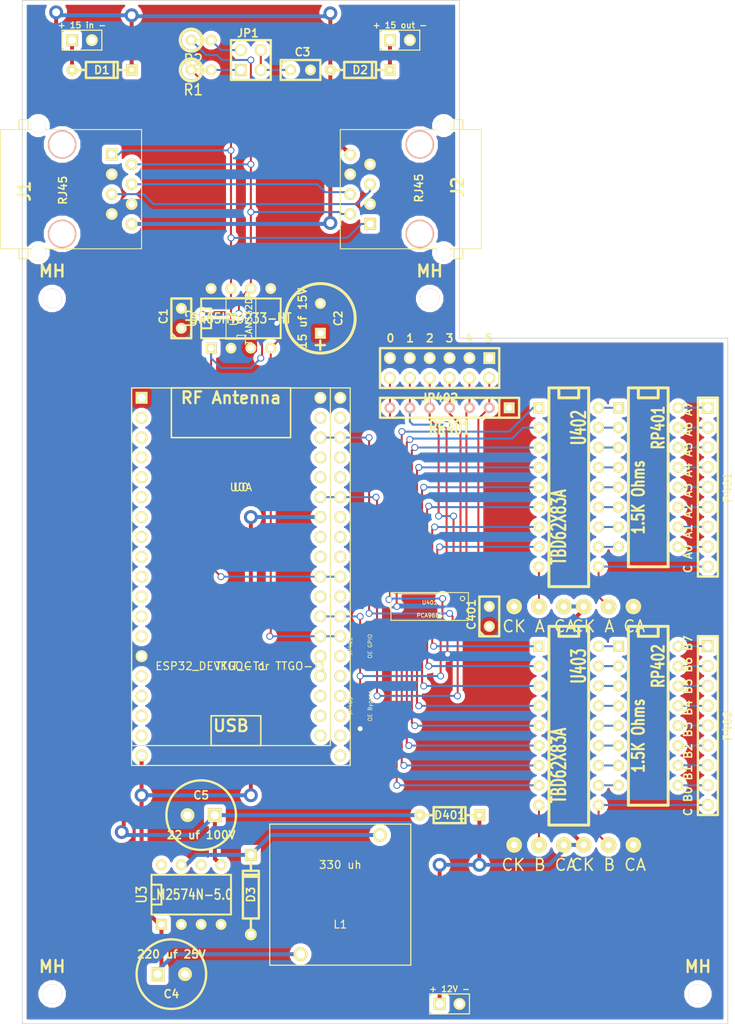
<source format=kicad_pcb>
(kicad_pcb (version 3) (host pcbnew "(2013-june-11)-stable")
  (layers (15 F.Cu signal) (0 B.Cu signal) (18 B.Paste user) (19 F.Paste user) (20 B.SilkS user) (21 F.SilkS user) (22 B.Mask user) (23 F.Mask user) (28 Edge.Cuts user))
  (net 0 "")
  (net 1 +12V)
  (net 2 +5V)
  (net 3 "/CAN Transceiver/CANH")
  (net 4 "/CAN Transceiver/CANL")
  (net 5 "/CAN Transceiver/CAN_RX")
  (net 6 "/CAN Transceiver/CAN_TX")
  (net 7 "/PCA9685 Driver/OE")
  (net 8 "/PCA9685 Driver/SCL")
  (net 9 "/PCA9685 Driver/SDA")
  (net 10 3V3)
  (net 11 "CAN +12V")
  (net 12 GND)
  (net 13 N-00000100)
  (net 14 N-00000101)
  (net 15 N-00000102)
  (net 16 N-00000103)
  (net 17 N-00000104)
  (net 18 N-00000105)
  (net 19 N-00000106)
  (net 20 N-00000107)
  (net 21 N-00000108)
  (net 22 N-00000109)
  (net 23 N-00000110)
  (net 24 N-00000132)
  (net 25 N-00000139)
  (net 26 N-0000040)
  (net 27 N-0000041)
  (net 28 N-0000042)
  (net 29 N-0000044)
  (net 30 N-0000049)
  (net 31 N-0000050)
  (net 32 N-0000051)
  (net 33 N-0000052)
  (net 34 N-0000053)
  (net 35 N-0000054)
  (net 36 N-0000055)
  (net 37 N-0000056)
  (net 38 N-0000057)
  (net 39 N-0000058)
  (net 40 N-0000059)
  (net 41 N-0000060)
  (net 42 N-0000061)
  (net 43 N-0000062)
  (net 44 N-0000063)
  (net 45 N-0000064)
  (net 46 N-0000065)
  (net 47 N-0000066)
  (net 48 N-0000067)
  (net 49 N-0000068)
  (net 50 N-0000069)
  (net 51 N-0000070)
  (net 52 N-0000071)
  (net 53 N-0000072)
  (net 54 N-0000073)
  (net 55 N-0000074)
  (net 56 N-0000075)
  (net 57 N-0000076)
  (net 58 N-0000077)
  (net 59 N-0000078)
  (net 60 N-0000079)
  (net 61 N-0000080)
  (net 62 N-0000081)
  (net 63 N-0000082)
  (net 64 N-0000083)
  (net 65 N-0000084)
  (net 66 N-0000085)
  (net 67 N-0000086)
  (net 68 N-0000087)
  (net 69 N-0000088)
  (net 70 N-0000089)
  (net 71 N-0000090)
  (net 72 N-0000091)
  (net 73 N-0000092)
  (net 74 N-0000093)
  (net 75 N-0000094)
  (net 76 N-0000095)
  (net 77 N-0000097)
  (net 78 N-0000098)
  (net 79 N-0000099)
  (module ESP32-Devkit-C (layer F.Cu) (at 137.16 90.17)
    (fp_text reference U0 (at 0 -11.43) (layer F.SilkS))
    (fp_text value "ESP32_DEVKIT_C or TTGO-T1" (at 0 11.43) (layer F.SilkS))
    (pad 1 thru_hole rect (at -12.7 -22.86) (size 1.524 1.524) (drill 1.016) (layers *.Cu *.Mask F.SilkS) (net 10 3V3))
    (pad 2 thru_hole circle (at -12.7 -20.32) (size 1.524 1.524) (drill 1.016) (layers *.Cu *.Mask F.SilkS))
    (pad 3 thru_hole circle (at -12.7 -17.78) (size 1.524 1.524) (drill 1.016) (layers *.Cu *.Mask F.SilkS))
    (pad 4 thru_hole circle (at -12.7 -15.24) (size 1.524 1.524) (drill 1.016) (layers *.Cu *.Mask F.SilkS))
    (pad 5 thru_hole circle (at -12.7 -12.7) (size 1.524 1.524) (drill 1.016) (layers *.Cu *.Mask F.SilkS))
    (pad 6 thru_hole circle (at -12.7 -10.16) (size 1.524 1.524) (drill 1.016) (layers *.Cu *.Mask F.SilkS))
    (pad 7 thru_hole circle (at -12.7 -7.62) (size 1.524 1.524) (drill 1.016) (layers *.Cu *.Mask F.SilkS))
    (pad 8 thru_hole circle (at -12.7 -5.08) (size 1.524 1.524) (drill 1.016) (layers *.Cu *.Mask F.SilkS))
    (pad 9 thru_hole circle (at -12.7 -2.54) (size 1.524 1.524) (drill 1.016) (layers *.Cu *.Mask F.SilkS))
    (pad 10 thru_hole circle (at -12.7 0) (size 1.524 1.524) (drill 1.016) (layers *.Cu *.Mask F.SilkS))
    (pad 11 thru_hole circle (at -12.7 2.54) (size 1.524 1.524) (drill 1.016) (layers *.Cu *.Mask F.SilkS))
    (pad 12 thru_hole circle (at -12.7 5.08) (size 1.524 1.524) (drill 1.016) (layers *.Cu *.Mask F.SilkS))
    (pad 13 thru_hole circle (at -12.7 7.62) (size 1.524 1.524) (drill 1.016) (layers *.Cu *.Mask F.SilkS))
    (pad 14 thru_hole circle (at -12.7 10.16) (size 1.524 1.524) (drill 1.016) (layers *.Cu *.Mask F.SilkS) (net 12 GND))
    (pad 15 thru_hole circle (at -12.7 12.7) (size 1.524 1.524) (drill 1.016) (layers *.Cu *.Mask F.SilkS))
    (pad 16 thru_hole circle (at -12.7 15.24) (size 1.524 1.524) (drill 1.016) (layers *.Cu *.Mask F.SilkS))
    (pad 17 thru_hole circle (at -12.7 17.78) (size 1.524 1.524) (drill 1.016) (layers *.Cu *.Mask F.SilkS))
    (pad 18 thru_hole circle (at -12.7 20.32) (size 1.524 1.524) (drill 1.016) (layers *.Cu *.Mask F.SilkS))
    (pad 19 thru_hole circle (at -12.7 22.86) (size 1.524 1.524) (drill 1.016) (layers *.Cu *.Mask F.SilkS) (net 2 +5V))
    (pad 20 thru_hole circle (at 12.7 22.86) (size 1.524 1.524) (drill 1.016) (layers *.Cu *.Mask F.SilkS))
    (pad 21 thru_hole circle (at 12.7 20.32) (size 1.524 1.524) (drill 1.016) (layers *.Cu *.Mask F.SilkS))
    (pad 22 thru_hole circle (at 12.7 17.78) (size 1.524 1.524) (drill 1.016) (layers *.Cu *.Mask F.SilkS))
    (pad 23 thru_hole circle (at 12.7 15.24) (size 1.524 1.524) (drill 1.016) (layers *.Cu *.Mask F.SilkS))
    (pad 24 thru_hole circle (at 12.7 12.7) (size 1.524 1.524) (drill 1.016) (layers *.Cu *.Mask F.SilkS))
    (pad 25 thru_hole circle (at 12.7 10.16) (size 1.524 1.524) (drill 1.016) (layers *.Cu *.Mask F.SilkS))
    (pad 26 thru_hole circle (at 12.7 7.62) (size 1.524 1.524) (drill 1.016) (layers *.Cu *.Mask F.SilkS) (net 5 "/CAN Transceiver/CAN_RX"))
    (pad 27 thru_hole circle (at 12.7 5.08) (size 1.524 1.524) (drill 1.016) (layers *.Cu *.Mask F.SilkS) (net 7 "/PCA9685 Driver/OE"))
    (pad 28 thru_hole circle (at 12.7 2.54) (size 1.524 1.524) (drill 1.016) (layers *.Cu *.Mask F.SilkS))
    (pad 29 thru_hole circle (at 12.7 0) (size 1.524 1.524) (drill 1.016) (layers *.Cu *.Mask F.SilkS) (net 6 "/CAN Transceiver/CAN_TX"))
    (pad 30 thru_hole circle (at 12.7 -2.54) (size 1.524 1.524) (drill 1.016) (layers *.Cu *.Mask F.SilkS))
    (pad 31 thru_hole circle (at 12.7 -5.08) (size 1.524 1.524) (drill 1.016) (layers *.Cu *.Mask F.SilkS))
    (pad 32 thru_hole circle (at 12.7 -7.62) (size 1.524 1.524) (drill 1.016) (layers *.Cu *.Mask F.SilkS))
    (pad 33 thru_hole circle (at 12.7 -10.16) (size 1.524 1.524) (drill 1.016) (layers *.Cu *.Mask F.SilkS) (net 9 "/PCA9685 Driver/SDA"))
    (pad 34 thru_hole circle (at 12.7 -12.7) (size 1.524 1.524) (drill 1.016) (layers *.Cu *.Mask F.SilkS))
    (pad 35 thru_hole circle (at 12.7 -15.24) (size 1.524 1.524) (drill 1.016) (layers *.Cu *.Mask F.SilkS))
    (pad 36 thru_hole circle (at 12.7 -17.78) (size 1.524 1.524) (drill 1.016) (layers *.Cu *.Mask F.SilkS) (net 8 "/PCA9685 Driver/SCL"))
    (pad 37 thru_hole circle (at 12.7 -20.32) (size 1.524 1.524) (drill 1.016) (layers *.Cu *.Mask F.SilkS))
    (pad 38 thru_hole circle (at 12.7 -22.86) (size 1.524 1.524) (drill 1.016) (layers *.Cu *.Mask F.SilkS) (net 12 GND))
  )
  (module SOIC-8_N (layer F.Cu) (at 137.16 57.15 90)
    (fp_text reference U1 (at 0 -0.889 90) (layer F.SilkS))
    (fp_text value TCAN332DR (at 0 1.016 90) (layer F.SilkS) (effects (font (size 0.8 0.8))))
    (pad 8 smd rect (at -1.875 -2.7 90) (size 0.6 1.6) (layers F.Cu F.Paste F.Mask))
    (pad 1 smd rect (at -1.875 2.7 90) (size 0.6 1.6) (layers F.Cu F.Paste F.Mask) (net 6 "/CAN Transceiver/CAN_TX"))
    (pad 7 smd rect (at -0.625 -2.7 90) (size 0.6 1.6) (layers F.Cu F.Paste F.Mask) (net 3 "/CAN Transceiver/CANH"))
    (pad 6 smd rect (at 0.625 -2.7 90) (size 0.6 1.6) (layers F.Cu F.Paste F.Mask) (net 4 "/CAN Transceiver/CANL"))
    (pad 5 smd rect (at 1.875 -2.7 90) (size 0.6 1.6) (layers F.Cu F.Paste F.Mask))
    (pad 2 smd rect (at -0.625 2.7 90) (size 0.6 1.6) (layers F.Cu F.Paste F.Mask) (net 12 GND))
    (pad 3 smd rect (at 0.625 2.7 90) (size 0.6 1.6) (layers F.Cu F.Paste F.Mask) (net 10 3V3))
    (pad 4 smd rect (at 1.875 2.7 90) (size 0.6 1.6) (layers F.Cu F.Paste F.Mask) (net 5 "/CAN Transceiver/CAN_RX"))
  )
  (module ScrewTerm2.54-2 (layer F.Cu) (at 116.84 21.59)
    (fp_text reference T1 hide)
    (fp_text value "+ 15 in -" (at 0 -1.905) (layer F.SilkS) (effects (font (size 0.762 0.762) (thickness 0.1524))))
    (pad 1 thru_hole rect (at -1.27 0 90) (size 1.524 1.524) (drill 1.016) (layers *.Cu *.Mask F.SilkS) (net 28 N-0000042))
    (pad 2 thru_hole circle (at 1.27 0 90) (size 1.524 1.524) (drill 1.016) (layers *.Cu *.Mask F.SilkS) (net 12 GND))
  )
  (module ScrewTerm2.54-2 (layer F.Cu) (at 157.48 21.59)
    (fp_text reference T2 hide)
    (fp_text value "+ 15 out -" (at 0 -1.905) (layer F.SilkS) (effects (font (size 0.762 0.762) (thickness 0.1524))))
    (pad 1 thru_hole rect (at -1.27 0 90) (size 1.524 1.524) (drill 1.016) (layers *.Cu *.Mask F.SilkS) (net 29 N-0000044))
    (pad 2 thru_hole circle (at 1.27 0 90) (size 1.524 1.524) (drill 1.016) (layers *.Cu *.Mask F.SilkS) (net 12 GND))
  )
  (module RJ45_8N-S (layer F.Cu) (at 114.3 40.64 270)
    (fp_text reference J1 (at 0.254 4.826 270) (layer F.SilkS) (effects (font (size 1.524 1.524) (thickness 0.3048))))
    (fp_text value RJ45 (at 0.14224 -0.1016 270) (layer F.SilkS) (effects (font (size 1.00076 1.00076) (thickness 0.2032))))
    (pad "" np_thru_hole circle (at 5.715 0 270) (size 3.64998 3.64998) (drill 3.2512) (layers *.Cu *.SilkS *.Mask))
    (pad "" np_thru_hole circle (at -5.715 0 270) (size 3.64998 3.64998) (drill 3.2512) (layers *.Cu *.SilkS *.Mask))
    (pad 1 thru_hole rect (at -4.445 -6.35 270) (size 1.50114 1.50114) (drill 0.89916) (layers *.Cu *.Mask F.SilkS) (net 3 "/CAN Transceiver/CANH"))
    (pad 2 thru_hole circle (at -3.175 -8.89 270) (size 1.50114 1.50114) (drill 0.89916) (layers *.Cu *.Mask F.SilkS) (net 4 "/CAN Transceiver/CANL"))
    (pad 3 thru_hole circle (at -1.905 -6.35 270) (size 1.50114 1.50114) (drill 0.89916) (layers *.Cu *.Mask F.SilkS) (net 12 GND))
    (pad 4 thru_hole circle (at -0.635 -8.89 270) (size 1.50114 1.50114) (drill 0.89916) (layers *.Cu *.Mask F.SilkS) (net 26 N-0000040))
    (pad 5 thru_hole circle (at 0.635 -6.35 270) (size 1.50114 1.50114) (drill 0.89916) (layers *.Cu *.Mask F.SilkS) (net 27 N-0000041))
    (pad 6 thru_hole circle (at 1.905 -8.89 270) (size 1.50114 1.50114) (drill 0.89916) (layers *.Cu *.Mask F.SilkS) (net 12 GND))
    (pad 7 thru_hole circle (at 3.175 -6.35 270) (size 1.50114 1.50114) (drill 0.89916) (layers *.Cu *.Mask F.SilkS) (net 12 GND))
    (pad 8 thru_hole circle (at 4.445 -8.89 270) (size 1.50114 1.50114) (drill 0.89916) (layers *.Cu *.Mask F.SilkS) (net 11 "CAN +12V"))
    (pad "" thru_hole circle (at -8.128 3.048 270) (size 1.9304 1.9304) (drill 1.9304) (layers *.Cu *.Mask F.SilkS))
    (pad "" thru_hole circle (at 8.128 3.048 270) (size 1.9304 1.9304) (drill 1.9304) (layers *.Cu *.Mask F.SilkS))
  )
  (module RJ45_8N-S (layer F.Cu) (at 160.02 40.64 90)
    (fp_text reference J2 (at 0.254 4.826 90) (layer F.SilkS) (effects (font (size 1.524 1.524) (thickness 0.3048))))
    (fp_text value RJ45 (at 0.14224 -0.1016 90) (layer F.SilkS) (effects (font (size 1.00076 1.00076) (thickness 0.2032))))
    (pad "" np_thru_hole circle (at 5.715 0 90) (size 3.64998 3.64998) (drill 3.2512) (layers *.Cu *.SilkS *.Mask))
    (pad "" np_thru_hole circle (at -5.715 0 90) (size 3.64998 3.64998) (drill 3.2512) (layers *.Cu *.SilkS *.Mask))
    (pad 1 thru_hole rect (at -4.445 -6.35 90) (size 1.50114 1.50114) (drill 0.89916) (layers *.Cu *.Mask F.SilkS) (net 3 "/CAN Transceiver/CANH"))
    (pad 2 thru_hole circle (at -3.175 -8.89 90) (size 1.50114 1.50114) (drill 0.89916) (layers *.Cu *.Mask F.SilkS) (net 4 "/CAN Transceiver/CANL"))
    (pad 3 thru_hole circle (at -1.905 -6.35 90) (size 1.50114 1.50114) (drill 0.89916) (layers *.Cu *.Mask F.SilkS) (net 12 GND))
    (pad 4 thru_hole circle (at -0.635 -8.89 90) (size 1.50114 1.50114) (drill 0.89916) (layers *.Cu *.Mask F.SilkS) (net 26 N-0000040))
    (pad 5 thru_hole circle (at 0.635 -6.35 90) (size 1.50114 1.50114) (drill 0.89916) (layers *.Cu *.Mask F.SilkS) (net 27 N-0000041))
    (pad 6 thru_hole circle (at 1.905 -8.89 90) (size 1.50114 1.50114) (drill 0.89916) (layers *.Cu *.Mask F.SilkS) (net 12 GND))
    (pad 7 thru_hole circle (at 3.175 -6.35 90) (size 1.50114 1.50114) (drill 0.89916) (layers *.Cu *.Mask F.SilkS) (net 12 GND))
    (pad 8 thru_hole circle (at 4.445 -8.89 90) (size 1.50114 1.50114) (drill 0.89916) (layers *.Cu *.Mask F.SilkS) (net 11 "CAN +12V"))
    (pad "" thru_hole circle (at -8.128 3.048 90) (size 1.9304 1.9304) (drill 1.9304) (layers *.Cu *.Mask F.SilkS))
    (pad "" thru_hole circle (at 8.128 3.048 90) (size 1.9304 1.9304) (drill 1.9304) (layers *.Cu *.Mask F.SilkS))
  )
  (module R1 (layer F.Cu) (at 132.08 21.59)
    (fp_text reference R2 (at -1.016 2.54) (layer F.SilkS) (effects (font (size 1.397 1.27) (thickness 0.2032))))
    (fp_text value "60 Ohms" hide)
    (pad 1 thru_hole circle (at -1.27 0) (size 1.397 1.397) (drill 0.8128) (layers *.Cu *.Mask F.SilkS) (net 4 "/CAN Transceiver/CANL"))
    (pad 2 thru_hole circle (at 1.27 0) (size 1.397 1.397) (drill 0.8128) (layers *.Cu *.Mask F.SilkS) (net 30 N-0000049))
  )
  (module R1 (layer F.Cu) (at 132.08 25.4)
    (fp_text reference R1 (at -1.016 2.54) (layer F.SilkS) (effects (font (size 1.397 1.27) (thickness 0.2032))))
    (fp_text value "60 Ohms" hide)
    (pad 1 thru_hole circle (at -1.27 0) (size 1.397 1.397) (drill 0.8128) (layers *.Cu *.Mask F.SilkS) (net 3 "/CAN Transceiver/CANH"))
    (pad 2 thru_hole circle (at 1.27 0) (size 1.397 1.397) (drill 0.8128) (layers *.Cu *.Mask F.SilkS) (net 32 N-0000051))
  )
  (module PIN_ARRAY_2X2 (layer F.Cu) (at 138.43 24.13)
    (fp_text reference JP1 (at -0.381 -3.429) (layer F.SilkS) (effects (font (size 1.016 1.016) (thickness 0.2032))))
    (fp_text value Termination hide)
    (pad 1 thru_hole rect (at -1.27 1.27) (size 1.524 1.524) (drill 1.016) (layers *.Cu *.Mask F.SilkS) (net 32 N-0000051))
    (pad 2 thru_hole circle (at -1.27 -1.27) (size 1.524 1.524) (drill 1.016) (layers *.Cu *.Mask F.SilkS) (net 30 N-0000049))
    (pad 3 thru_hole circle (at 1.27 1.27) (size 1.524 1.524) (drill 1.016) (layers *.Cu *.Mask F.SilkS) (net 31 N-0000050))
    (pad 4 thru_hole circle (at 1.27 -1.27) (size 1.524 1.524) (drill 1.016) (layers *.Cu *.Mask F.SilkS) (net 31 N-0000050))
  )
  (module PE-LowProfile (layer F.Cu) (at 149.86 130.81 180)
    (fp_text reference L1 (at 0 -3.81 180) (layer F.SilkS))
    (fp_text value "330 uh" (at 0 3.81 180) (layer F.SilkS))
    (pad 1 thru_hole circle (at 5.08 -7.62 180) (size 1.78 1.78) (drill 1.14) (layers *.Cu *.Mask F.SilkS) (net 2 +5V))
    (pad 2 thru_hole circle (at -5.08 7.62 180) (size 1.78 1.78) (drill 1.14) (layers *.Cu *.Mask F.SilkS) (net 33 N-0000052))
  )
  (module DO-41 (layer F.Cu) (at 138.43 130.81 90)
    (fp_text reference D3 (at 0 0 90) (layer F.SilkS) (effects (font (size 1.016 1.016) (thickness 0.2032))))
    (fp_text value SB160-E3/54 hide)
    (pad 2 thru_hole rect (at 5.08 0 90) (size 1.524 1.524) (drill 0.889) (layers *.Cu *.Mask F.SilkS) (net 33 N-0000052))
    (pad 1 thru_hole circle (at -5.08 0 90) (size 1.524 1.524) (drill 0.889) (layers *.Cu *.Mask F.SilkS) (net 12 GND))
  )
  (module DO-35 (layer F.Cu) (at 152.4 25.4)
    (fp_text reference D2 (at 0 0) (layer F.SilkS) (effects (font (size 1.016 1.016) (thickness 0.2032))))
    (fp_text value SB240E hide)
    (pad 2 thru_hole rect (at 3.81 0) (size 1.4224 1.4224) (drill 0.6096) (layers *.Cu *.Mask F.SilkS) (net 29 N-0000044))
    (pad 1 thru_hole circle (at -3.81 0) (size 1.4224 1.4224) (drill 0.6096) (layers *.Cu *.Mask F.SilkS) (net 11 "CAN +12V"))
  )
  (module DO-35 (layer F.Cu) (at 119.38 25.4)
    (fp_text reference D1 (at 0 0) (layer F.SilkS) (effects (font (size 1.016 1.016) (thickness 0.2032))))
    (fp_text value SB240E hide)
    (pad 2 thru_hole rect (at 3.81 0) (size 1.4224 1.4224) (drill 0.6096) (layers *.Cu *.Mask F.SilkS) (net 11 "CAN +12V"))
    (pad 1 thru_hole circle (at -3.81 0) (size 1.4224 1.4224) (drill 0.6096) (layers *.Cu *.Mask F.SilkS) (net 28 N-0000042))
  )
  (module DIP-8__300 (layer F.Cu) (at 137.16 57.15)
    (fp_text reference U2 (at -6.35 0 90) (layer F.SilkS) (effects (font (size 1.27 1.143) (thickness 0.2032))))
    (fp_text value SN65HVD233-HT (at 0 0) (layer F.SilkS) (effects (font (size 1.27 1.016) (thickness 0.2032))))
    (pad 1 thru_hole rect (at -3.81 3.81) (size 1.397 1.397) (drill 0.8128) (layers *.Cu *.Mask F.SilkS) (net 6 "/CAN Transceiver/CAN_TX"))
    (pad 2 thru_hole circle (at -1.27 3.81) (size 1.397 1.397) (drill 0.8128) (layers *.Cu *.Mask F.SilkS) (net 12 GND))
    (pad 3 thru_hole circle (at 1.27 3.81) (size 1.397 1.397) (drill 0.8128) (layers *.Cu *.Mask F.SilkS) (net 10 3V3))
    (pad 4 thru_hole circle (at 3.81 3.81) (size 1.397 1.397) (drill 0.8128) (layers *.Cu *.Mask F.SilkS) (net 5 "/CAN Transceiver/CAN_RX"))
    (pad 5 thru_hole circle (at 3.81 -3.81) (size 1.397 1.397) (drill 0.8128) (layers *.Cu *.Mask F.SilkS) (net 12 GND))
    (pad 6 thru_hole circle (at 1.27 -3.81) (size 1.397 1.397) (drill 0.8128) (layers *.Cu *.Mask F.SilkS) (net 4 "/CAN Transceiver/CANL"))
    (pad 7 thru_hole circle (at -1.27 -3.81) (size 1.397 1.397) (drill 0.8128) (layers *.Cu *.Mask F.SilkS) (net 3 "/CAN Transceiver/CANH"))
    (pad 8 thru_hole circle (at -3.81 -3.81) (size 1.397 1.397) (drill 0.8128) (layers *.Cu *.Mask F.SilkS) (net 12 GND))
  )
  (module DIP-8__300 (layer F.Cu) (at 130.81 130.81)
    (fp_text reference U3 (at -6.35 0 90) (layer F.SilkS) (effects (font (size 1.27 1.143) (thickness 0.2032))))
    (fp_text value LM2574N-5.0 (at 0 0) (layer F.SilkS) (effects (font (size 1.27 1.016) (thickness 0.2032))))
    (pad 1 thru_hole rect (at -3.81 3.81) (size 1.397 1.397) (drill 0.8128) (layers *.Cu *.Mask F.SilkS) (net 2 +5V))
    (pad 2 thru_hole circle (at -1.27 3.81) (size 1.397 1.397) (drill 0.8128) (layers *.Cu *.Mask F.SilkS) (net 12 GND))
    (pad 3 thru_hole circle (at 1.27 3.81) (size 1.397 1.397) (drill 0.8128) (layers *.Cu *.Mask F.SilkS) (net 12 GND))
    (pad 4 thru_hole circle (at 3.81 3.81) (size 1.397 1.397) (drill 0.8128) (layers *.Cu *.Mask F.SilkS) (net 12 GND))
    (pad 5 thru_hole circle (at 3.81 -3.81) (size 1.397 1.397) (drill 0.8128) (layers *.Cu *.Mask F.SilkS) (net 11 "CAN +12V"))
    (pad 6 thru_hole circle (at 1.27 -3.81) (size 1.397 1.397) (drill 0.8128) (layers *.Cu *.Mask F.SilkS))
    (pad 7 thru_hole circle (at -1.27 -3.81) (size 1.397 1.397) (drill 0.8128) (layers *.Cu *.Mask F.SilkS) (net 33 N-0000052))
    (pad 8 thru_hole circle (at -3.81 -3.81) (size 1.397 1.397) (drill 0.8128) (layers *.Cu *.Mask F.SilkS))
  )
  (module C1.5V8V (layer F.Cu) (at 147.32 57.15 90)
    (fp_text reference C2 (at 0 2.286 90) (layer F.SilkS) (effects (font (size 1.016 1.016) (thickness 0.2032))))
    (fp_text value "15 uf 15V" (at 0 -2.286 90) (layer F.SilkS) (effects (font (size 1.016 1.016) (thickness 0.2032))))
    (fp_text user + (at -3.429 -0.127 90) (layer F.SilkS) (effects (font (size 1.524 1.524) (thickness 0.3048))))
    (pad 1 thru_hole rect (at -1.905 0 90) (size 1.397 1.397) (drill 0.8128) (layers *.Cu *.Mask F.SilkS) (net 10 3V3))
    (pad 2 thru_hole circle (at 1.905 0 90) (size 1.397 1.397) (drill 0.8128) (layers *.Cu *.Mask F.SilkS) (net 12 GND))
  )
  (module C1-3V8 (layer F.Cu) (at 132.08 120.65 180)
    (fp_text reference C5 (at 0 2.54 180) (layer F.SilkS) (effects (font (size 1.016 1.016) (thickness 0.2032))))
    (fp_text value "22 uf 100V" (at 0 -2.54 180) (layer F.SilkS) (effects (font (size 1.016 1.016) (thickness 0.2032))))
    (pad 1 thru_hole rect (at -1.75 0 180) (size 1.778 1.778) (drill 1.016) (layers *.Cu *.Mask F.SilkS) (net 11 "CAN +12V"))
    (pad 2 thru_hole circle (at 1.75 0 180) (size 1.778 1.778) (drill 1.016) (layers *.Cu *.Mask F.SilkS) (net 12 GND))
  )
  (module C1-3V8 (layer F.Cu) (at 128.27 140.97)
    (fp_text reference C4 (at 0 2.54) (layer F.SilkS) (effects (font (size 1.016 1.016) (thickness 0.2032))))
    (fp_text value "220 uf 25V" (at 0 -2.54) (layer F.SilkS) (effects (font (size 1.016 1.016) (thickness 0.2032))))
    (pad 1 thru_hole rect (at -1.75 0) (size 1.778 1.778) (drill 1.016) (layers *.Cu *.Mask F.SilkS) (net 2 +5V))
    (pad 2 thru_hole circle (at 1.75 0) (size 1.778 1.778) (drill 1.016) (layers *.Cu *.Mask F.SilkS) (net 12 GND))
  )
  (module C1 (layer F.Cu) (at 144.78 25.4)
    (fp_text reference C3 (at 0.254 -2.286) (layer F.SilkS) (effects (font (size 1.016 1.016) (thickness 0.2032))))
    (fp_text value "47 nf" hide)
    (pad 1 thru_hole circle (at -1.27 0) (size 1.397 1.397) (drill 0.8128) (layers *.Cu *.Mask F.SilkS) (net 31 N-0000050))
    (pad 2 thru_hole circle (at 1.27 0) (size 1.397 1.397) (drill 0.8128) (layers *.Cu *.Mask F.SilkS) (net 12 GND))
  )
  (module C1 (layer F.Cu) (at 129.54 57.15 90)
    (fp_text reference C1 (at 0.254 -2.286 90) (layer F.SilkS) (effects (font (size 1.016 1.016) (thickness 0.2032))))
    (fp_text value ".1 uf" hide)
    (pad 1 thru_hole circle (at -1.27 0 90) (size 1.397 1.397) (drill 0.8128) (layers *.Cu *.Mask F.SilkS) (net 10 3V3))
    (pad 2 thru_hole circle (at 1.27 0 90) (size 1.397 1.397) (drill 0.8128) (layers *.Cu *.Mask F.SilkS) (net 12 GND))
  )
  (module MountingHole_2-5mm_RevA_Date21Jun2010 (layer F.Cu) (at 113.03 54.61)
    (fp_text reference MH (at 0 -3.50012) (layer F.SilkS) (effects (font (size 1.524 1.524) (thickness 0.3048))))
    (fp_text value MountingHole_2-5mm_RevA_Date21Jun2010 hide)
    (pad 1 thru_hole circle (at 0 0) (size 2.49936 2.49936) (drill 2.49936) (layers))
  )
  (module MountingHole_2-5mm_RevA_Date21Jun2010 (layer F.Cu) (at 161.29 54.61)
    (fp_text reference MH (at 0 -3.50012) (layer F.SilkS) (effects (font (size 1.524 1.524) (thickness 0.3048))))
    (fp_text value MountingHole_2-5mm_RevA_Date21Jun2010 hide)
    (pad 1 thru_hole circle (at 0 0) (size 2.49936 2.49936) (drill 2.49936) (layers))
  )
  (module MountingHole_2-5mm_RevA_Date21Jun2010 (layer F.Cu) (at 113.03 143.51)
    (fp_text reference MH (at 0 -3.50012) (layer F.SilkS) (effects (font (size 1.524 1.524) (thickness 0.3048))))
    (fp_text value MountingHole_2-5mm_RevA_Date21Jun2010 hide)
    (pad 1 thru_hole circle (at 0 0) (size 2.49936 2.49936) (drill 2.49936) (layers))
  )
  (module MountingHole_2-5mm_RevA_Date21Jun2010 (layer F.Cu) (at 195.58 143.51)
    (fp_text reference MH (at 0 -3.50012) (layer F.SilkS) (effects (font (size 1.524 1.524) (thickness 0.3048))))
    (fp_text value MountingHole_2-5mm_RevA_Date21Jun2010 hide)
    (pad 1 thru_hole circle (at 0 0) (size 2.49936 2.49936) (drill 2.49936) (layers))
  )
  (module TIGO-T1 (layer F.Cu) (at 137.16 90.17)
    (fp_text reference U0A (at 0 -11.43) (layer F.SilkS))
    (fp_text value TTGO-T1 (at 0 11.43) (layer F.SilkS))
    (pad 1 thru_hole rect (at -12.7 -22.86) (size 1.524 1.524) (drill 1.016) (layers *.Cu *.Mask F.SilkS) (net 10 3V3))
    (pad 2 thru_hole circle (at -12.7 -20.32) (size 1.524 1.524) (drill 1.016) (layers *.Cu *.Mask F.SilkS))
    (pad 3 thru_hole circle (at -12.7 -17.78) (size 1.524 1.524) (drill 1.016) (layers *.Cu *.Mask F.SilkS))
    (pad 4 thru_hole circle (at -12.7 -15.24) (size 1.524 1.524) (drill 1.016) (layers *.Cu *.Mask F.SilkS))
    (pad 5 thru_hole circle (at -12.7 -12.7) (size 1.524 1.524) (drill 1.016) (layers *.Cu *.Mask F.SilkS))
    (pad 6 thru_hole circle (at -12.7 -10.16) (size 1.524 1.524) (drill 1.016) (layers *.Cu *.Mask F.SilkS))
    (pad 7 thru_hole circle (at -12.7 -7.62) (size 1.524 1.524) (drill 1.016) (layers *.Cu *.Mask F.SilkS))
    (pad 8 thru_hole circle (at -12.7 -5.08) (size 1.524 1.524) (drill 1.016) (layers *.Cu *.Mask F.SilkS))
    (pad 9 thru_hole circle (at -12.7 -2.54) (size 1.524 1.524) (drill 1.016) (layers *.Cu *.Mask F.SilkS))
    (pad 10 thru_hole circle (at -12.7 0) (size 1.524 1.524) (drill 1.016) (layers *.Cu *.Mask F.SilkS))
    (pad 11 thru_hole circle (at -12.7 2.54) (size 1.524 1.524) (drill 1.016) (layers *.Cu *.Mask F.SilkS))
    (pad 12 thru_hole circle (at -12.7 5.08) (size 1.524 1.524) (drill 1.016) (layers *.Cu *.Mask F.SilkS))
    (pad 13 thru_hole circle (at -12.7 7.62) (size 1.524 1.524) (drill 1.016) (layers *.Cu *.Mask F.SilkS))
    (pad 14 thru_hole circle (at -12.7 10.16) (size 1.524 1.524) (drill 1.016) (layers *.Cu *.Mask F.SilkS) (net 12 GND))
    (pad 15 thru_hole circle (at -12.7 12.7) (size 1.524 1.524) (drill 1.016) (layers *.Cu *.Mask F.SilkS))
    (pad 16 thru_hole circle (at -12.7 15.24) (size 1.524 1.524) (drill 1.016) (layers *.Cu *.Mask F.SilkS))
    (pad 17 thru_hole circle (at -12.7 17.78) (size 1.524 1.524) (drill 1.016) (layers *.Cu *.Mask F.SilkS))
    (pad 18 thru_hole circle (at -12.7 20.32) (size 1.524 1.524) (drill 1.016) (layers *.Cu *.Mask F.SilkS))
    (pad 19 thru_hole circle (at 10.16 20.32) (size 1.524 1.524) (drill 1.016) (layers *.Cu *.Mask F.SilkS))
    (pad 20 thru_hole circle (at 10.16 17.78) (size 1.524 1.524) (drill 1.016) (layers *.Cu *.Mask F.SilkS))
    (pad 21 thru_hole circle (at 10.16 15.24) (size 1.524 1.524) (drill 1.016) (layers *.Cu *.Mask F.SilkS))
    (pad 22 thru_hole circle (at 10.16 12.7) (size 1.524 1.524) (drill 1.016) (layers *.Cu *.Mask F.SilkS))
    (pad 23 thru_hole circle (at 10.16 10.16) (size 1.524 1.524) (drill 1.016) (layers *.Cu *.Mask F.SilkS))
    (pad 24 thru_hole circle (at 10.16 7.62) (size 1.524 1.524) (drill 1.016) (layers *.Cu *.Mask F.SilkS) (net 5 "/CAN Transceiver/CAN_RX"))
    (pad 25 thru_hole circle (at 10.16 5.08) (size 1.524 1.524) (drill 1.016) (layers *.Cu *.Mask F.SilkS) (net 7 "/PCA9685 Driver/OE"))
    (pad 26 thru_hole circle (at 10.16 2.54) (size 1.524 1.524) (drill 1.016) (layers *.Cu *.Mask F.SilkS))
    (pad 27 thru_hole circle (at 10.16 0) (size 1.524 1.524) (drill 1.016) (layers *.Cu *.Mask F.SilkS) (net 6 "/CAN Transceiver/CAN_TX"))
    (pad 28 thru_hole circle (at 10.16 -2.54) (size 1.524 1.524) (drill 1.016) (layers *.Cu *.Mask F.SilkS))
    (pad 29 thru_hole circle (at 10.16 -5.08) (size 1.524 1.524) (drill 1.016) (layers *.Cu *.Mask F.SilkS))
    (pad 30 thru_hole circle (at 10.16 -7.62) (size 1.524 1.524) (drill 1.016) (layers *.Cu *.Mask F.SilkS) (net 2 +5V))
    (pad 31 thru_hole circle (at 10.16 -10.16) (size 1.524 1.524) (drill 1.016) (layers *.Cu *.Mask F.SilkS) (net 9 "/PCA9685 Driver/SDA"))
    (pad 32 thru_hole circle (at 10.16 -12.7) (size 1.524 1.524) (drill 1.016) (layers *.Cu *.Mask F.SilkS))
    (pad 33 thru_hole circle (at 10.16 -15.24) (size 1.524 1.524) (drill 1.016) (layers *.Cu *.Mask F.SilkS))
    (pad 34 thru_hole circle (at 10.16 -17.78) (size 1.524 1.524) (drill 1.016) (layers *.Cu *.Mask F.SilkS) (net 8 "/PCA9685 Driver/SCL"))
    (pad 35 thru_hole circle (at 10.16 -20.32) (size 1.524 1.524) (drill 1.016) (layers *.Cu *.Mask F.SilkS))
    (pad 36 thru_hole circle (at 10.16 -22.86) (size 1.524 1.524) (drill 1.016) (layers *.Cu *.Mask F.SilkS) (net 12 GND))
  )
  (module tssop-28 (layer F.Cu) (at 161.29 93.98 180)
    (fp_text reference U401 (at 0 0.508 180) (layer F.SilkS) (effects (font (size 0.50038 0.50038) (thickness 0.09906))))
    (fp_text value PCA9685 (at 0 -1.143 180) (layer F.SilkS) (effects (font (size 0.50038 0.50038) (thickness 0.09906))))
    (pad 7 smd rect (at -0.32512 2.79908 180) (size 0.4191 1.47066) (layers F.Cu F.Paste F.Mask) (net 70 N-0000089))
    (pad 8 smd rect (at 0.32512 2.79908 180) (size 0.4191 1.47066) (layers F.Cu F.Paste F.Mask) (net 62 N-0000081))
    (pad 9 smd rect (at 0.97536 2.79908 180) (size 0.4191 1.47066) (layers F.Cu F.Paste F.Mask) (net 63 N-0000082))
    (pad 10 smd rect (at 1.6256 2.79908 180) (size 0.4191 1.47066) (layers F.Cu F.Paste F.Mask) (net 64 N-0000083))
    (pad 25 smd rect (at -2.26568 -2.794 180) (size 0.4191 1.47066) (layers F.Cu F.Paste F.Mask) (net 12 GND))
    (pad 4 smd rect (at -2.27584 2.79908 180) (size 0.4191 1.47066) (layers F.Cu F.Paste F.Mask) (net 75 N-0000094))
    (pad 5 smd rect (at -1.6256 2.79908 180) (size 0.4191 1.47066) (layers F.Cu F.Paste F.Mask) (net 76 N-0000095))
    (pad 6 smd rect (at -0.97536 2.79908 180) (size 0.4191 1.47066) (layers F.Cu F.Paste F.Mask) (net 61 N-0000080))
    (pad 18 smd rect (at 2.27584 -2.79908 180) (size 0.4191 1.47066) (layers F.Cu F.Paste F.Mask) (net 72 N-0000091))
    (pad 19 smd rect (at 1.6256 -2.79908 180) (size 0.4191 1.47066) (layers F.Cu F.Paste F.Mask) (net 57 N-0000076))
    (pad 20 smd rect (at 0.97536 -2.79908 180) (size 0.4191 1.47066) (layers F.Cu F.Paste F.Mask) (net 58 N-0000077))
    (pad 21 smd rect (at 0.32512 -2.79908 180) (size 0.4191 1.47066) (layers F.Cu F.Paste F.Mask) (net 59 N-0000078))
    (pad 22 smd rect (at -0.32512 -2.79908 180) (size 0.4191 1.47066) (layers F.Cu F.Paste F.Mask) (net 60 N-0000079))
    (pad 23 smd rect (at -0.97536 -2.79908 180) (size 0.4191 1.47066) (layers F.Cu F.Paste F.Mask) (net 77 N-0000097))
    (pad 11 smd rect (at 2.27584 2.79908 180) (size 0.4191 1.47066) (layers F.Cu F.Paste F.Mask) (net 65 N-0000084))
    (pad 24 smd rect (at -1.6256 -2.794 180) (size 0.4191 1.47066) (layers F.Cu F.Paste F.Mask) (net 19 N-00000106))
    (pad 3 smd rect (at -2.92608 2.79908 180) (size 0.4191 1.47066) (layers F.Cu F.Paste F.Mask) (net 74 N-0000093))
    (pad 12 smd rect (at 2.92608 2.79908 180) (size 0.4191 1.47066) (layers F.Cu F.Paste F.Mask) (net 24 N-00000132))
    (pad 17 smd rect (at 2.92608 -2.79908 180) (size 0.4191 1.47066) (layers F.Cu F.Paste F.Mask) (net 71 N-0000090))
    (pad 26 smd rect (at -2.92608 -2.79908 180) (size 0.4191 1.47066) (layers F.Cu F.Paste F.Mask) (net 8 "/PCA9685 Driver/SCL"))
    (pad 2 smd rect (at -3.57378 2.79908 180) (size 0.4191 1.47066) (layers F.Cu F.Paste F.Mask) (net 73 N-0000092))
    (pad 13 smd rect (at 3.57378 2.79908 180) (size 0.4191 1.47066) (layers F.Cu F.Paste F.Mask) (net 25 N-00000139))
    (pad 16 smd rect (at 3.57378 -2.79908 180) (size 0.4191 1.47066) (layers F.Cu F.Paste F.Mask) (net 69 N-0000088))
    (pad 27 smd rect (at -3.57378 -2.79908 180) (size 0.4191 1.47066) (layers F.Cu F.Paste F.Mask) (net 9 "/PCA9685 Driver/SDA"))
    (pad 1 smd rect (at -4.22402 2.79908 180) (size 0.4191 1.47066) (layers F.Cu F.Paste F.Mask) (net 20 N-00000107))
    (pad 14 smd rect (at 4.22402 2.79908 180) (size 0.4191 1.47066) (layers F.Cu F.Paste F.Mask) (net 12 GND))
    (pad 15 smd rect (at 4.22402 -2.79908 180) (size 0.4191 1.47066) (layers F.Cu F.Paste F.Mask) (net 68 N-0000087))
    (pad 28 smd rect (at -4.22402 -2.79908 180) (size 0.4191 1.47066) (layers F.Cu F.Paste F.Mask) (net 10 3V3))
  )
  (module SIL-7 (layer F.Cu) (at 163.83 68.58 180)
    (fp_text reference RR401 (at 0 -2.54 180) (layer F.SilkS) (effects (font (size 1.72974 1.08712) (thickness 0.3048))))
    (fp_text value "10K Ohms" hide)
    (pad 1 thru_hole rect (at -7.62 0 180) (size 1.397 1.397) (drill 0.8128) (layers *.Cu *.Mask F.SilkS) (net 10 3V3))
    (pad 2 thru_hole circle (at -5.08 0 180) (size 1.397 1.397) (drill 0.8128) (layers *.Cu *.SilkS *.Mask) (net 20 N-00000107))
    (pad 3 thru_hole circle (at -2.54 0 180) (size 1.397 1.397) (drill 0.8128) (layers *.Cu *.SilkS *.Mask) (net 73 N-0000092))
    (pad 4 thru_hole circle (at 0 0 180) (size 1.397 1.397) (drill 0.8128) (layers *.Cu *.SilkS *.Mask) (net 74 N-0000093))
    (pad 5 thru_hole circle (at 2.54 0 180) (size 1.397 1.397) (drill 0.8128) (layers *.Cu *.SilkS *.Mask) (net 75 N-0000094))
    (pad 6 thru_hole circle (at 5.08 0 180) (size 1.397 1.397) (drill 0.8128) (layers *.Cu *.SilkS *.Mask) (net 76 N-0000095))
    (pad 7 thru_hole circle (at 7.62 0 180) (size 1.397 1.397) (drill 0.8128) (layers *.Cu *.SilkS *.Mask) (net 19 N-00000106))
  )
  (module ScrewTerm_2.54-9 (layer F.Cu) (at 196.85 109.22 270)
    (fp_text reference P402 (at 0 -2.54 270) (layer F.SilkS) (effects (font (size 1.016 1.016) (thickness 0.2032))))
    (fp_text value "C B0 B1 B2 B3 B4 B5 B6 B7" (at 0 2.54 270) (layer F.SilkS) (effects (font (size 1.016 1.016) (thickness 0.2032))))
    (pad 1 thru_hole rect (at -10.18 0 270) (size 1.524 1.524) (drill 1.016) (layers *.Cu *.Mask F.SilkS) (net 39 N-0000058))
    (pad 2 thru_hole circle (at -7.64 0 270) (size 1.524 1.524) (drill 1.016) (layers *.Cu *.Mask F.SilkS) (net 40 N-0000059))
    (pad 3 thru_hole circle (at -5.1 0 270) (size 1.524 1.524) (drill 1.016) (layers *.Cu *.Mask F.SilkS) (net 41 N-0000060))
    (pad 4 thru_hole circle (at -2.56 0 270) (size 1.524 1.524) (drill 1.016) (layers *.Cu *.Mask F.SilkS) (net 42 N-0000061))
    (pad 5 thru_hole circle (at -0.02 0 270) (size 1.524 1.524) (drill 1.016) (layers *.Cu *.Mask F.SilkS) (net 43 N-0000062))
    (pad 6 thru_hole circle (at 2.52 0 270) (size 1.524 1.524) (drill 1.016) (layers *.Cu *.Mask F.SilkS) (net 44 N-0000063))
    (pad 7 thru_hole circle (at 5.06 0 270) (size 1.524 1.524) (drill 1.016) (layers *.Cu *.Mask F.SilkS) (net 45 N-0000064))
    (pad 8 thru_hole circle (at 7.6 0 270) (size 1.524 1.524) (drill 1.016) (layers *.Cu *.Mask F.SilkS) (net 46 N-0000065))
    (pad 9 thru_hole circle (at 10.14 0 270) (size 1.524 1.524) (drill 1.016) (layers *.Cu *.Mask F.SilkS) (net 50 N-0000069))
  )
  (module ScrewTerm_2.54-9 (layer F.Cu) (at 196.85 78.74 270)
    (fp_text reference P401 (at 0 -2.54 270) (layer F.SilkS) (effects (font (size 1.016 1.016) (thickness 0.2032))))
    (fp_text value "C A0 A1 A2 A3 A4 A5 A6 A7" (at 0 2.54 270) (layer F.SilkS) (effects (font (size 1.016 1.016) (thickness 0.2032))))
    (pad 1 thru_hole rect (at -10.18 0 270) (size 1.524 1.524) (drill 1.016) (layers *.Cu *.Mask F.SilkS) (net 49 N-0000068))
    (pad 2 thru_hole circle (at -7.64 0 270) (size 1.524 1.524) (drill 1.016) (layers *.Cu *.Mask F.SilkS) (net 48 N-0000067))
    (pad 3 thru_hole circle (at -5.1 0 270) (size 1.524 1.524) (drill 1.016) (layers *.Cu *.Mask F.SilkS) (net 47 N-0000066))
    (pad 4 thru_hole circle (at -2.56 0 270) (size 1.524 1.524) (drill 1.016) (layers *.Cu *.Mask F.SilkS) (net 34 N-0000053))
    (pad 5 thru_hole circle (at -0.02 0 270) (size 1.524 1.524) (drill 1.016) (layers *.Cu *.Mask F.SilkS) (net 35 N-0000054))
    (pad 6 thru_hole circle (at 2.52 0 270) (size 1.524 1.524) (drill 1.016) (layers *.Cu *.Mask F.SilkS) (net 36 N-0000055))
    (pad 7 thru_hole circle (at 5.06 0 270) (size 1.524 1.524) (drill 1.016) (layers *.Cu *.Mask F.SilkS) (net 37 N-0000056))
    (pad 8 thru_hole circle (at 7.6 0 270) (size 1.524 1.524) (drill 1.016) (layers *.Cu *.Mask F.SilkS) (net 38 N-0000057))
    (pad 9 thru_hole circle (at 10.14 0 270) (size 1.524 1.524) (drill 1.016) (layers *.Cu *.Mask F.SilkS) (net 51 N-0000070))
  )
  (module ScrewTerm2.54-2 (layer F.Cu) (at 163.83 144.78)
    (fp_text reference T401 hide)
    (fp_text value "+ 12V -" (at 0 -1.905) (layer F.SilkS) (effects (font (size 0.762 0.762) (thickness 0.1524))))
    (pad 1 thru_hole rect (at -1.27 0 90) (size 1.524 1.524) (drill 1.016) (layers *.Cu *.Mask F.SilkS) (net 1 +12V))
    (pad 2 thru_hole circle (at 1.27 0 90) (size 1.524 1.524) (drill 1.016) (layers *.Cu *.Mask F.SilkS) (net 12 GND))
  )
  (module pin_array_6x2 (layer F.Cu) (at 162.56 63.5 180)
    (fp_text reference JP402 (at 0 -3.81 180) (layer F.SilkS) (effects (font (size 1.016 1.016) (thickness 0.27432))))
    (fp_text value "0  1  2  3  4  5" (at 0 3.81 180) (layer F.SilkS) (effects (font (size 1.016 1.016) (thickness 0.2032))))
    (pad 1 thru_hole rect (at -6.35 1.27 180) (size 1.524 1.524) (drill 1.016) (layers *.Cu *.Mask F.SilkS) (net 12 GND))
    (pad 2 thru_hole circle (at -6.35 -1.27 180) (size 1.524 1.524) (drill 1.016) (layers *.Cu *.Mask F.SilkS) (net 20 N-00000107))
    (pad 3 thru_hole circle (at -3.81 1.27 180) (size 1.524 1.524) (drill 1.016) (layers *.Cu *.Mask F.SilkS) (net 12 GND))
    (pad 4 thru_hole circle (at -3.81 -1.27 180) (size 1.524 1.524) (drill 1.016) (layers *.Cu *.Mask F.SilkS) (net 73 N-0000092))
    (pad 5 thru_hole circle (at -1.27 1.27 180) (size 1.524 1.524) (drill 1.016) (layers *.Cu *.Mask F.SilkS) (net 12 GND))
    (pad 6 thru_hole circle (at -1.27 -1.27 180) (size 1.524 1.524) (drill 1.016) (layers *.Cu *.Mask F.SilkS) (net 74 N-0000093))
    (pad 7 thru_hole circle (at 1.27 1.27 180) (size 1.524 1.524) (drill 1.016) (layers *.Cu *.Mask F.SilkS) (net 12 GND))
    (pad 8 thru_hole circle (at 1.27 -1.27 180) (size 1.524 1.524) (drill 1.016) (layers *.Cu *.Mask F.SilkS) (net 75 N-0000094))
    (pad 9 thru_hole circle (at 3.81 1.27 180) (size 1.524 1.524) (drill 1.016) (layers *.Cu *.Mask F.SilkS) (net 12 GND))
    (pad 10 thru_hole circle (at 3.81 -1.27 180) (size 1.524 1.524) (drill 1.016) (layers *.Cu *.Mask F.SilkS) (net 76 N-0000095))
    (pad 11 thru_hole circle (at 6.35 1.27 180) (size 1.524 1.524) (drill 1.016) (layers *.Cu *.Mask F.SilkS) (net 12 GND))
    (pad 12 thru_hole circle (at 6.35 -1.27 180) (size 1.524 1.524) (drill 1.016) (layers *.Cu *.Mask F.SilkS) (net 19 N-00000106))
  )
  (module Open_Jumper (layer F.Cu) (at 152.4 106.68 90)
    (fp_text reference JP403 (at 0 -1.27 90) (layer F.SilkS) (effects (font (size 0.5 0.5) (thickness 0.075))))
    (fp_text value "OE Bypass" (at 0 1.27 90) (layer F.SilkS) (effects (font (size 0.5 0.5) (thickness 0.075))))
    (pad 1 smd rect (at 1.27 0 90) (size 1.27 1.27) (layers F.Cu F.Paste F.Mask) (net 77 N-0000097))
    (pad 2 smd rect (at -1.27 0 90) (size 1.27 1.27) (layers F.Cu F.Paste F.Mask) (net 12 GND))
  )
  (module DO-35 (layer F.Cu) (at 163.83 120.65)
    (fp_text reference D401 (at 0 0) (layer F.SilkS) (effects (font (size 1.016 1.016) (thickness 0.2032))))
    (fp_text value SB240E hide)
    (pad 2 thru_hole rect (at 3.81 0) (size 1.4224 1.4224) (drill 0.6096) (layers *.Cu *.Mask F.SilkS) (net 1 +12V))
    (pad 1 thru_hole circle (at -3.81 0) (size 1.4224 1.4224) (drill 0.6096) (layers *.Cu *.Mask F.SilkS) (net 11 "CAN +12V"))
  )
  (module DIP-18__300 (layer F.Cu) (at 179.07 109.22 270)
    (fp_text reference U403 (at -7.62 -1.27 270) (layer F.SilkS) (effects (font (size 1.778 1.143) (thickness 0.3048))))
    (fp_text value TBD62X83A (at 5.08 1.27 270) (layer F.SilkS) (effects (font (size 1.778 1.143) (thickness 0.3048))))
    (pad 1 thru_hole rect (at -10.16 3.81 270) (size 1.397 1.397) (drill 0.8128) (layers *.Cu *.Mask F.SilkS) (net 60 N-0000079))
    (pad 2 thru_hole circle (at -7.62 3.81 270) (size 1.397 1.397) (drill 0.8128) (layers *.Cu *.Mask F.SilkS) (net 59 N-0000078))
    (pad 3 thru_hole circle (at -5.08 3.81 270) (size 1.397 1.397) (drill 0.8128) (layers *.Cu *.Mask F.SilkS) (net 58 N-0000077))
    (pad 4 thru_hole circle (at -2.54 3.81 270) (size 1.397 1.397) (drill 0.8128) (layers *.Cu *.Mask F.SilkS) (net 57 N-0000076))
    (pad 5 thru_hole circle (at 0 3.81 270) (size 1.397 1.397) (drill 0.8128) (layers *.Cu *.Mask F.SilkS) (net 72 N-0000091))
    (pad 6 thru_hole circle (at 2.54 3.81 270) (size 1.397 1.397) (drill 0.8128) (layers *.Cu *.Mask F.SilkS) (net 71 N-0000090))
    (pad 7 thru_hole circle (at 5.08 3.81 270) (size 1.397 1.397) (drill 0.8128) (layers *.Cu *.Mask F.SilkS) (net 69 N-0000088))
    (pad 8 thru_hole circle (at 7.62 3.81 270) (size 1.397 1.397) (drill 0.8128) (layers *.Cu *.Mask F.SilkS) (net 68 N-0000087))
    (pad 9 thru_hole circle (at 10.16 3.81 270) (size 1.397 1.397) (drill 0.8128) (layers *.Cu *.Mask F.SilkS) (net 67 N-0000086))
    (pad 10 thru_hole circle (at 10.16 -3.81 270) (size 1.397 1.397) (drill 0.8128) (layers *.Cu *.Mask F.SilkS) (net 50 N-0000069))
    (pad 11 thru_hole circle (at 7.62 -3.81 270) (size 1.397 1.397) (drill 0.8128) (layers *.Cu *.Mask F.SilkS) (net 21 N-00000108))
    (pad 12 thru_hole circle (at 5.08 -3.81 270) (size 1.397 1.397) (drill 0.8128) (layers *.Cu *.Mask F.SilkS) (net 22 N-00000109))
    (pad 13 thru_hole circle (at 2.54 -3.81 270) (size 1.397 1.397) (drill 0.8128) (layers *.Cu *.Mask F.SilkS) (net 23 N-00000110))
    (pad 14 thru_hole circle (at 0 -3.81 270) (size 1.397 1.397) (drill 0.8128) (layers *.Cu *.Mask F.SilkS) (net 78 N-0000098))
    (pad 15 thru_hole circle (at -2.54 -3.81 270) (size 1.397 1.397) (drill 0.8128) (layers *.Cu *.Mask F.SilkS) (net 79 N-0000099))
    (pad 16 thru_hole circle (at -5.08 -3.81 270) (size 1.397 1.397) (drill 0.8128) (layers *.Cu *.Mask F.SilkS) (net 13 N-00000100))
    (pad 17 thru_hole circle (at -7.62 -3.81 270) (size 1.397 1.397) (drill 0.8128) (layers *.Cu *.Mask F.SilkS) (net 14 N-00000101))
    (pad 18 thru_hole circle (at -10.16 -3.81 270) (size 1.397 1.397) (drill 0.8128) (layers *.Cu *.Mask F.SilkS) (net 15 N-00000102))
  )
  (module DIP-18__300 (layer F.Cu) (at 179.07 78.74 270)
    (fp_text reference U402 (at -7.62 -1.27 270) (layer F.SilkS) (effects (font (size 1.778 1.143) (thickness 0.3048))))
    (fp_text value TBD62X83A (at 5.08 1.27 270) (layer F.SilkS) (effects (font (size 1.778 1.143) (thickness 0.3048))))
    (pad 1 thru_hole rect (at -10.16 3.81 270) (size 1.397 1.397) (drill 0.8128) (layers *.Cu *.Mask F.SilkS) (net 25 N-00000139))
    (pad 2 thru_hole circle (at -7.62 3.81 270) (size 1.397 1.397) (drill 0.8128) (layers *.Cu *.Mask F.SilkS) (net 24 N-00000132))
    (pad 3 thru_hole circle (at -5.08 3.81 270) (size 1.397 1.397) (drill 0.8128) (layers *.Cu *.Mask F.SilkS) (net 65 N-0000084))
    (pad 4 thru_hole circle (at -2.54 3.81 270) (size 1.397 1.397) (drill 0.8128) (layers *.Cu *.Mask F.SilkS) (net 64 N-0000083))
    (pad 5 thru_hole circle (at 0 3.81 270) (size 1.397 1.397) (drill 0.8128) (layers *.Cu *.Mask F.SilkS) (net 63 N-0000082))
    (pad 6 thru_hole circle (at 2.54 3.81 270) (size 1.397 1.397) (drill 0.8128) (layers *.Cu *.Mask F.SilkS) (net 62 N-0000081))
    (pad 7 thru_hole circle (at 5.08 3.81 270) (size 1.397 1.397) (drill 0.8128) (layers *.Cu *.Mask F.SilkS) (net 70 N-0000089))
    (pad 8 thru_hole circle (at 7.62 3.81 270) (size 1.397 1.397) (drill 0.8128) (layers *.Cu *.Mask F.SilkS) (net 61 N-0000080))
    (pad 9 thru_hole circle (at 10.16 3.81 270) (size 1.397 1.397) (drill 0.8128) (layers *.Cu *.Mask F.SilkS) (net 66 N-0000085))
    (pad 10 thru_hole circle (at 10.16 -3.81 270) (size 1.397 1.397) (drill 0.8128) (layers *.Cu *.Mask F.SilkS) (net 51 N-0000070))
    (pad 11 thru_hole circle (at 7.62 -3.81 270) (size 1.397 1.397) (drill 0.8128) (layers *.Cu *.Mask F.SilkS) (net 16 N-00000103))
    (pad 12 thru_hole circle (at 5.08 -3.81 270) (size 1.397 1.397) (drill 0.8128) (layers *.Cu *.Mask F.SilkS) (net 17 N-00000104))
    (pad 13 thru_hole circle (at 2.54 -3.81 270) (size 1.397 1.397) (drill 0.8128) (layers *.Cu *.Mask F.SilkS) (net 18 N-00000105))
    (pad 14 thru_hole circle (at 0 -3.81 270) (size 1.397 1.397) (drill 0.8128) (layers *.Cu *.Mask F.SilkS) (net 52 N-0000071))
    (pad 15 thru_hole circle (at -2.54 -3.81 270) (size 1.397 1.397) (drill 0.8128) (layers *.Cu *.Mask F.SilkS) (net 53 N-0000072))
    (pad 16 thru_hole circle (at -5.08 -3.81 270) (size 1.397 1.397) (drill 0.8128) (layers *.Cu *.Mask F.SilkS) (net 54 N-0000073))
    (pad 17 thru_hole circle (at -7.62 -3.81 270) (size 1.397 1.397) (drill 0.8128) (layers *.Cu *.Mask F.SilkS) (net 55 N-0000074))
    (pad 18 thru_hole circle (at -10.16 -3.81 270) (size 1.397 1.397) (drill 0.8128) (layers *.Cu *.Mask F.SilkS) (net 56 N-0000075))
  )
  (module DIP-16__300 (layer F.Cu) (at 189.23 107.95 270)
    (fp_text reference RP402 (at -6.35 -1.27 270) (layer F.SilkS) (effects (font (size 1.524 1.143) (thickness 0.3048))))
    (fp_text value "1.5K Ohms" (at 2.54 1.27 270) (layer F.SilkS) (effects (font (size 1.524 1.143) (thickness 0.3048))))
    (pad 1 thru_hole rect (at -8.89 3.81 270) (size 1.397 1.397) (drill 0.8128) (layers *.Cu *.Mask F.SilkS) (net 15 N-00000102))
    (pad 2 thru_hole circle (at -6.35 3.81 270) (size 1.397 1.397) (drill 0.8128) (layers *.Cu *.Mask F.SilkS) (net 14 N-00000101))
    (pad 3 thru_hole circle (at -3.81 3.81 270) (size 1.397 1.397) (drill 0.8128) (layers *.Cu *.Mask F.SilkS) (net 13 N-00000100))
    (pad 4 thru_hole circle (at -1.27 3.81 270) (size 1.397 1.397) (drill 0.8128) (layers *.Cu *.Mask F.SilkS) (net 79 N-0000099))
    (pad 5 thru_hole circle (at 1.27 3.81 270) (size 1.397 1.397) (drill 0.8128) (layers *.Cu *.Mask F.SilkS) (net 78 N-0000098))
    (pad 6 thru_hole circle (at 3.81 3.81 270) (size 1.397 1.397) (drill 0.8128) (layers *.Cu *.Mask F.SilkS) (net 23 N-00000110))
    (pad 7 thru_hole circle (at 6.35 3.81 270) (size 1.397 1.397) (drill 0.8128) (layers *.Cu *.Mask F.SilkS) (net 22 N-00000109))
    (pad 8 thru_hole circle (at 8.89 3.81 270) (size 1.397 1.397) (drill 0.8128) (layers *.Cu *.Mask F.SilkS) (net 21 N-00000108))
    (pad 9 thru_hole circle (at 8.89 -3.81 270) (size 1.397 1.397) (drill 0.8128) (layers *.Cu *.Mask F.SilkS) (net 46 N-0000065))
    (pad 10 thru_hole circle (at 6.35 -3.81 270) (size 1.397 1.397) (drill 0.8128) (layers *.Cu *.Mask F.SilkS) (net 45 N-0000064))
    (pad 11 thru_hole circle (at 3.81 -3.81 270) (size 1.397 1.397) (drill 0.8128) (layers *.Cu *.Mask F.SilkS) (net 44 N-0000063))
    (pad 12 thru_hole circle (at 1.27 -3.81 270) (size 1.397 1.397) (drill 0.8128) (layers *.Cu *.Mask F.SilkS) (net 43 N-0000062))
    (pad 13 thru_hole circle (at -1.27 -3.81 270) (size 1.397 1.397) (drill 0.8128) (layers *.Cu *.Mask F.SilkS) (net 42 N-0000061))
    (pad 14 thru_hole circle (at -3.81 -3.81 270) (size 1.397 1.397) (drill 0.8128) (layers *.Cu *.Mask F.SilkS) (net 41 N-0000060))
    (pad 15 thru_hole circle (at -6.35 -3.81 270) (size 1.397 1.397) (drill 0.8128) (layers *.Cu *.Mask F.SilkS) (net 40 N-0000059))
    (pad 16 thru_hole circle (at -8.89 -3.81 270) (size 1.397 1.397) (drill 0.8128) (layers *.Cu *.Mask F.SilkS) (net 39 N-0000058))
  )
  (module DIP-16__300 (layer F.Cu) (at 189.23 77.47 270)
    (fp_text reference RP401 (at -6.35 -1.27 270) (layer F.SilkS) (effects (font (size 1.524 1.143) (thickness 0.3048))))
    (fp_text value "1.5K Ohms" (at 2.54 1.27 270) (layer F.SilkS) (effects (font (size 1.524 1.143) (thickness 0.3048))))
    (pad 1 thru_hole rect (at -8.89 3.81 270) (size 1.397 1.397) (drill 0.8128) (layers *.Cu *.Mask F.SilkS) (net 56 N-0000075))
    (pad 2 thru_hole circle (at -6.35 3.81 270) (size 1.397 1.397) (drill 0.8128) (layers *.Cu *.Mask F.SilkS) (net 55 N-0000074))
    (pad 3 thru_hole circle (at -3.81 3.81 270) (size 1.397 1.397) (drill 0.8128) (layers *.Cu *.Mask F.SilkS) (net 54 N-0000073))
    (pad 4 thru_hole circle (at -1.27 3.81 270) (size 1.397 1.397) (drill 0.8128) (layers *.Cu *.Mask F.SilkS) (net 53 N-0000072))
    (pad 5 thru_hole circle (at 1.27 3.81 270) (size 1.397 1.397) (drill 0.8128) (layers *.Cu *.Mask F.SilkS) (net 52 N-0000071))
    (pad 6 thru_hole circle (at 3.81 3.81 270) (size 1.397 1.397) (drill 0.8128) (layers *.Cu *.Mask F.SilkS) (net 18 N-00000105))
    (pad 7 thru_hole circle (at 6.35 3.81 270) (size 1.397 1.397) (drill 0.8128) (layers *.Cu *.Mask F.SilkS) (net 17 N-00000104))
    (pad 8 thru_hole circle (at 8.89 3.81 270) (size 1.397 1.397) (drill 0.8128) (layers *.Cu *.Mask F.SilkS) (net 16 N-00000103))
    (pad 9 thru_hole circle (at 8.89 -3.81 270) (size 1.397 1.397) (drill 0.8128) (layers *.Cu *.Mask F.SilkS) (net 38 N-0000057))
    (pad 10 thru_hole circle (at 6.35 -3.81 270) (size 1.397 1.397) (drill 0.8128) (layers *.Cu *.Mask F.SilkS) (net 37 N-0000056))
    (pad 11 thru_hole circle (at 3.81 -3.81 270) (size 1.397 1.397) (drill 0.8128) (layers *.Cu *.Mask F.SilkS) (net 36 N-0000055))
    (pad 12 thru_hole circle (at 1.27 -3.81 270) (size 1.397 1.397) (drill 0.8128) (layers *.Cu *.Mask F.SilkS) (net 35 N-0000054))
    (pad 13 thru_hole circle (at -1.27 -3.81 270) (size 1.397 1.397) (drill 0.8128) (layers *.Cu *.Mask F.SilkS) (net 34 N-0000053))
    (pad 14 thru_hole circle (at -3.81 -3.81 270) (size 1.397 1.397) (drill 0.8128) (layers *.Cu *.Mask F.SilkS) (net 47 N-0000066))
    (pad 15 thru_hole circle (at -6.35 -3.81 270) (size 1.397 1.397) (drill 0.8128) (layers *.Cu *.Mask F.SilkS) (net 48 N-0000067))
    (pad 16 thru_hole circle (at -8.89 -3.81 270) (size 1.397 1.397) (drill 0.8128) (layers *.Cu *.Mask F.SilkS) (net 49 N-0000068))
  )
  (module Closed_Jumper (layer F.Cu) (at 152.4 99.06 270)
    (fp_text reference JP401 (at 0 1.27 270) (layer F.SilkS) (effects (font (size 0.5 0.5) (thickness 0.075))))
    (fp_text value "OE GPIO" (at 0 -1.27 270) (layer F.SilkS) (effects (font (size 0.5 0.5) (thickness 0.075))))
    (fp_line (start -1.27 0) (end 1.27 0) (layer F.Cu) (width 0.25))
    (pad 1 smd rect (at -1.27 0 270) (size 1.27 1.27) (layers F.Cu F.Mask) (net 7 "/PCA9685 Driver/OE"))
    (pad 2 smd rect (at 1.27 0 270) (size 1.27 1.27) (layers F.Cu F.Mask) (net 77 N-0000097))
  )
  (module C1 (layer F.Cu) (at 168.91 95.25 90)
    (fp_text reference C401 (at 0.254 -2.286 90) (layer F.SilkS) (effects (font (size 1.016 1.016) (thickness 0.2032))))
    (fp_text value ".1 uf" hide)
    (pad 1 thru_hole circle (at -1.27 0 90) (size 1.397 1.397) (drill 0.8128) (layers *.Cu *.Mask F.SilkS) (net 10 3V3))
    (pad 2 thru_hole circle (at 1.27 0 90) (size 1.397 1.397) (drill 0.8128) (layers *.Cu *.Mask F.SilkS) (net 12 GND))
  )
  (module 3PosJumper (layer F.Cu) (at 175.26 93.98)
    (fp_text reference JP405 hide)
    (fp_text value "CK A CA" (at 0 2.54) (layer F.SilkS) (effects (font (size 1.50114 1.50114) (thickness 0.20066))))
    (pad 1 thru_hole circle (at -3.175 0) (size 1.99898 1.99898) (drill 0.8001) (layers *.Cu *.Mask F.SilkS) (net 12 GND))
    (pad 2 thru_hole circle (at 0 0) (size 1.99898 1.99898) (drill 0.8001) (layers *.Cu *.Mask F.SilkS) (net 66 N-0000085))
    (pad 3 thru_hole circle (at 3.175 0) (size 1.99898 1.99898) (drill 0.8001) (layers *.Cu *.Mask F.SilkS) (net 1 +12V))
  )
  (module 3PosJumper (layer F.Cu) (at 175.26 124.46)
    (fp_text reference JP407 hide)
    (fp_text value "CK B CA" (at 0 2.54) (layer F.SilkS) (effects (font (size 1.50114 1.50114) (thickness 0.20066))))
    (pad 1 thru_hole circle (at -3.175 0) (size 1.99898 1.99898) (drill 0.8001) (layers *.Cu *.Mask F.SilkS) (net 12 GND))
    (pad 2 thru_hole circle (at 0 0) (size 1.99898 1.99898) (drill 0.8001) (layers *.Cu *.Mask F.SilkS) (net 67 N-0000086))
    (pad 3 thru_hole circle (at 3.175 0) (size 1.99898 1.99898) (drill 0.8001) (layers *.Cu *.Mask F.SilkS) (net 1 +12V))
  )
  (module 3PosJumper (layer F.Cu) (at 184.15 93.98)
    (fp_text reference JP404 hide)
    (fp_text value "CK A CA" (at 0 2.54) (layer F.SilkS) (effects (font (size 1.50114 1.50114) (thickness 0.20066))))
    (pad 1 thru_hole circle (at -3.175 0) (size 1.99898 1.99898) (drill 0.8001) (layers *.Cu *.Mask F.SilkS) (net 1 +12V))
    (pad 2 thru_hole circle (at 0 0) (size 1.99898 1.99898) (drill 0.8001) (layers *.Cu *.Mask F.SilkS) (net 51 N-0000070))
    (pad 3 thru_hole circle (at 3.175 0) (size 1.99898 1.99898) (drill 0.8001) (layers *.Cu *.Mask F.SilkS) (net 12 GND))
  )
  (module 3PosJumper (layer F.Cu) (at 184.15 124.46)
    (fp_text reference JP406 hide)
    (fp_text value "CK B CA" (at 0 2.54) (layer F.SilkS) (effects (font (size 1.50114 1.50114) (thickness 0.20066))))
    (pad 1 thru_hole circle (at -3.175 0) (size 1.99898 1.99898) (drill 0.8001) (layers *.Cu *.Mask F.SilkS) (net 1 +12V))
    (pad 2 thru_hole circle (at 0 0) (size 1.99898 1.99898) (drill 0.8001) (layers *.Cu *.Mask F.SilkS) (net 50 N-0000069))
    (pad 3 thru_hole circle (at 3.175 0) (size 1.99898 1.99898) (drill 0.8001) (layers *.Cu *.Mask F.SilkS) (net 12 GND))
  )
  (gr_text USB (at 135.89 109.22) (layer F.SilkS) (effects (font (size 1.5 1.5) (thickness 0.3))))
  (gr_line (start 139.7 111.76) (end 133.35 111.76) (angle 90) (layer F.SilkS) (width 0.2))
  (gr_line (start 139.7 107.95) (end 139.7 111.76) (angle 90) (layer F.SilkS) (width 0.2))
  (gr_line (start 133.35 107.95) (end 139.7 107.95) (angle 90) (layer F.SilkS) (width 0.2))
  (gr_line (start 133.35 111.76) (end 133.35 107.95) (angle 90) (layer F.SilkS) (width 0.2))
  (gr_text "RF Antenna" (at 135.89 67.31) (layer F.SilkS) (effects (font (size 1.5 1.5) (thickness 0.3))))
  (gr_line (start 143.51 66.04) (end 128.27 66.04) (angle 90) (layer F.SilkS) (width 0.2))
  (gr_line (start 143.51 72.39) (end 143.51 66.04) (angle 90) (layer F.SilkS) (width 0.2))
  (gr_line (start 128.27 72.39) (end 143.51 72.39) (angle 90) (layer F.SilkS) (width 0.2))
  (gr_line (start 128.27 66.04) (end 128.27 72.39) (angle 90) (layer F.SilkS) (width 0.2))
  (gr_line (start 109.22 147.32) (end 109.22 16.51) (angle 90) (layer Edge.Cuts) (width 0.1))
  (gr_line (start 114.3 147.32) (end 109.22 147.32) (angle 90) (layer Edge.Cuts) (width 0.1))
  (gr_line (start 199.39 147.32) (end 114.3 147.32) (angle 90) (layer Edge.Cuts) (width 0.1))
  (gr_line (start 199.39 59.69) (end 199.39 147.32) (angle 90) (layer Edge.Cuts) (width 0.1))
  (gr_line (start 165.1 59.69) (end 199.39 59.69) (angle 90) (layer Edge.Cuts) (width 0.1))
  (gr_line (start 165.1 16.51) (end 165.1 59.69) (angle 90) (layer Edge.Cuts) (width 0.1))
  (gr_line (start 109.22 16.51) (end 165.1 16.51) (angle 90) (layer Edge.Cuts) (width 0.1))
  (segment (start 167.64 120.65) (end 167.64 127) (width 0.508) (layer F.Cu) (net 1))
  (via (at 167.64 127) (size 1.778) (drill 1.016) (layers F.Cu B.Cu) (net 1))
  (segment (start 162.56 144.78) (end 162.56 127) (width 0.508) (layer F.Cu) (net 1))
  (via (at 162.56 127) (size 1.778) (drill 1.016) (layers F.Cu B.Cu) (net 1))
  (segment (start 180.975 93.98) (end 180.975 94.361) (width 0.508) (layer F.Cu) (net 1))
  (segment (start 179.578 123.063) (end 180.975 124.46) (width 0.508) (layer F.Cu) (net 1))
  (segment (start 179.578 95.758) (end 179.578 123.063) (width 0.508) (layer F.Cu) (net 1))
  (segment (start 180.975 94.361) (end 179.578 95.758) (width 0.508) (layer F.Cu) (net 1))
  (segment (start 178.435 124.46) (end 178.435 125.095) (width 0.508) (layer B.Cu) (net 1))
  (segment (start 176.53 127) (end 167.64 127) (width 0.508) (layer B.Cu) (net 1))
  (segment (start 167.64 127) (end 162.56 127) (width 0.508) (layer B.Cu) (net 1))
  (segment (start 178.435 125.095) (end 176.53 127) (width 0.508) (layer B.Cu) (net 1))
  (segment (start 180.975 124.46) (end 178.435 124.46) (width 0.508) (layer B.Cu) (net 1))
  (segment (start 180.975 93.98) (end 178.435 93.98) (width 0.508) (layer B.Cu) (net 1))
  (segment (start 147.32 82.55) (end 138.43 82.55) (width 0.508) (layer B.Cu) (net 2))
  (via (at 138.43 118.11) (size 1.778) (drill 1.016) (layers F.Cu B.Cu) (net 2))
  (segment (start 138.43 82.55) (end 138.43 118.11) (width 0.508) (layer F.Cu) (net 2))
  (via (at 138.43 82.55) (size 1.778) (drill 1.016) (layers F.Cu B.Cu) (net 2))
  (segment (start 144.78 138.43) (end 128.651 138.43) (width 0.508) (layer B.Cu) (net 2))
  (segment (start 126.52 140.561) (end 126.52 140.97) (width 0.508) (layer B.Cu) (net 2))
  (segment (start 128.651 138.43) (end 126.52 140.561) (width 0.508) (layer B.Cu) (net 2))
  (segment (start 127 134.62) (end 127 140.49) (width 0.508) (layer F.Cu) (net 2))
  (segment (start 127 140.49) (end 126.52 140.97) (width 0.508) (layer F.Cu) (net 2))
  (segment (start 127 134.62) (end 126.746 134.62) (width 0.508) (layer F.Cu) (net 2))
  (segment (start 124.46 132.334) (end 124.46 118.11) (width 0.508) (layer F.Cu) (net 2))
  (segment (start 126.746 134.62) (end 124.46 132.334) (width 0.508) (layer F.Cu) (net 2))
  (segment (start 124.46 113.03) (end 124.46 118.11) (width 0.508) (layer F.Cu) (net 2))
  (segment (start 124.46 118.11) (end 138.43 118.11) (width 0.508) (layer B.Cu) (net 2))
  (via (at 124.46 118.11) (size 1.778) (drill 1.016) (layers F.Cu B.Cu) (net 2))
  (segment (start 134.46 57.775) (end 135.773 57.775) (width 0.254) (layer F.Cu) (net 3))
  (segment (start 135.89 57.658) (end 135.89 53.34) (width 0.254) (layer F.Cu) (net 3))
  (segment (start 135.773 57.775) (end 135.89 57.658) (width 0.254) (layer F.Cu) (net 3))
  (segment (start 135.89 35.687) (end 135.89 30.48) (width 0.254) (layer F.Cu) (net 3))
  (segment (start 135.89 30.48) (end 130.81 25.4) (width 0.254) (layer F.Cu) (net 3))
  (segment (start 153.67 45.085) (end 152.527 45.085) (width 0.254) (layer B.Cu) (net 3))
  (segment (start 135.89 46.863) (end 135.89 46.99) (width 0.254) (layer F.Cu) (net 3))
  (via (at 135.89 46.863) (size 0.889) (layers F.Cu B.Cu) (net 3))
  (segment (start 150.749 46.863) (end 135.89 46.863) (width 0.254) (layer B.Cu) (net 3))
  (segment (start 152.527 45.085) (end 150.749 46.863) (width 0.254) (layer B.Cu) (net 3))
  (segment (start 120.65 36.195) (end 121.539 36.195) (width 0.254) (layer B.Cu) (net 3))
  (segment (start 135.89 35.687) (end 135.89 46.99) (width 0.254) (layer F.Cu) (net 3))
  (segment (start 135.89 46.99) (end 135.89 53.34) (width 0.254) (layer F.Cu) (net 3))
  (via (at 135.89 35.687) (size 0.889) (layers F.Cu B.Cu) (net 3))
  (segment (start 122.047 35.687) (end 135.89 35.687) (width 0.254) (layer B.Cu) (net 3))
  (segment (start 121.539 36.195) (end 122.047 35.687) (width 0.254) (layer B.Cu) (net 3))
  (segment (start 138.43 53.34) (end 138.303 53.34) (width 0.254) (layer F.Cu) (net 4))
  (segment (start 132.324 56.525) (end 134.46 56.525) (width 0.254) (layer F.Cu) (net 4))
  (segment (start 132.207 56.642) (end 132.324 56.525) (width 0.254) (layer F.Cu) (net 4))
  (via (at 132.207 56.642) (size 0.889) (layers F.Cu B.Cu) (net 4))
  (segment (start 136.779 56.642) (end 132.207 56.642) (width 0.254) (layer B.Cu) (net 4))
  (segment (start 136.906 56.515) (end 136.779 56.642) (width 0.254) (layer B.Cu) (net 4))
  (via (at 136.906 56.515) (size 0.889) (layers F.Cu B.Cu) (net 4))
  (segment (start 136.906 54.737) (end 136.906 56.515) (width 0.254) (layer F.Cu) (net 4))
  (segment (start 138.303 53.34) (end 136.906 54.737) (width 0.254) (layer F.Cu) (net 4))
  (segment (start 138.43 37.465) (end 138.43 24.003) (width 0.254) (layer F.Cu) (net 4))
  (segment (start 132.715 23.495) (end 130.81 21.59) (width 0.254) (layer B.Cu) (net 4))
  (segment (start 134.112 23.495) (end 132.715 23.495) (width 0.254) (layer B.Cu) (net 4))
  (segment (start 134.747 24.13) (end 134.112 23.495) (width 0.254) (layer B.Cu) (net 4))
  (segment (start 138.43 24.13) (end 134.747 24.13) (width 0.254) (layer B.Cu) (net 4))
  (via (at 138.43 24.13) (size 0.889) (layers F.Cu B.Cu) (net 4))
  (segment (start 138.43 24.003) (end 138.43 24.13) (width 0.254) (layer F.Cu) (net 4))
  (segment (start 138.43 43.561) (end 138.43 37.465) (width 0.254) (layer F.Cu) (net 4))
  (segment (start 138.43 37.465) (end 123.19 37.465) (width 0.254) (layer B.Cu) (net 4))
  (via (at 138.43 37.465) (size 0.889) (layers F.Cu B.Cu) (net 4))
  (segment (start 151.13 43.815) (end 149.987 43.815) (width 0.254) (layer B.Cu) (net 4))
  (segment (start 138.43 43.561) (end 138.43 53.34) (width 0.254) (layer F.Cu) (net 4))
  (via (at 138.43 43.561) (size 0.889) (layers F.Cu B.Cu) (net 4))
  (segment (start 149.733 43.561) (end 138.43 43.561) (width 0.254) (layer B.Cu) (net 4))
  (segment (start 149.987 43.815) (end 149.733 43.561) (width 0.254) (layer B.Cu) (net 4))
  (segment (start 147.32 97.79) (end 149.86 97.79) (width 0.254) (layer B.Cu) (net 5))
  (segment (start 140.97 60.96) (end 140.97 97.663) (width 0.254) (layer F.Cu) (net 5))
  (segment (start 140.843 97.79) (end 147.32 97.79) (width 0.254) (layer B.Cu) (net 5))
  (via (at 140.843 97.79) (size 0.889) (layers F.Cu B.Cu) (net 5))
  (segment (start 140.97 97.663) (end 140.843 97.79) (width 0.254) (layer F.Cu) (net 5))
  (segment (start 139.86 55.275) (end 141 55.275) (width 0.254) (layer F.Cu) (net 5))
  (segment (start 142.621 59.309) (end 140.97 60.96) (width 0.254) (layer F.Cu) (net 5))
  (segment (start 142.621 56.896) (end 142.621 59.309) (width 0.254) (layer F.Cu) (net 5))
  (segment (start 141 55.275) (end 142.621 56.896) (width 0.254) (layer F.Cu) (net 5))
  (segment (start 147.32 90.17) (end 149.86 90.17) (width 0.254) (layer B.Cu) (net 6))
  (segment (start 139.86 59.025) (end 139.86 62.07) (width 0.254) (layer F.Cu) (net 6))
  (segment (start 133.35 62.23) (end 133.35 60.96) (width 0.254) (layer B.Cu) (net 6))
  (segment (start 134.62 63.5) (end 133.35 62.23) (width 0.254) (layer B.Cu) (net 6))
  (segment (start 138.43 63.5) (end 134.62 63.5) (width 0.254) (layer B.Cu) (net 6))
  (segment (start 139.7 62.23) (end 138.43 63.5) (width 0.254) (layer B.Cu) (net 6))
  (via (at 139.7 62.23) (size 0.889) (layers F.Cu B.Cu) (net 6))
  (segment (start 139.86 62.07) (end 139.7 62.23) (width 0.254) (layer F.Cu) (net 6))
  (segment (start 147.32 90.17) (end 134.62 90.17) (width 0.254) (layer B.Cu) (net 6))
  (segment (start 133.35 88.9) (end 133.35 60.96) (width 0.254) (layer F.Cu) (net 6))
  (segment (start 134.62 90.17) (end 133.35 88.9) (width 0.254) (layer F.Cu) (net 6))
  (via (at 134.62 90.17) (size 0.889) (layers F.Cu B.Cu) (net 6))
  (segment (start 149.86 95.25) (end 147.32 95.25) (width 0.254) (layer B.Cu) (net 7))
  (segment (start 149.86 95.25) (end 152.4 95.25) (width 0.254) (layer B.Cu) (net 7))
  (segment (start 152.4 95.25) (end 152.4 97.79) (width 0.254) (layer F.Cu) (net 7))
  (via (at 152.4 95.25) (size 0.889) (layers F.Cu B.Cu) (net 7))
  (segment (start 149.86 72.39) (end 153.543 72.39) (width 0.254) (layer B.Cu) (net 8))
  (segment (start 164.21608 95.25508) (end 163.83 94.869) (width 0.254) (layer F.Cu) (net 8))
  (via (at 163.83 94.869) (size 0.889) (layers F.Cu B.Cu) (net 8))
  (segment (start 163.83 94.869) (end 153.543 94.869) (width 0.254) (layer B.Cu) (net 8))
  (via (at 153.543 94.869) (size 0.889) (layers F.Cu B.Cu) (net 8))
  (segment (start 153.543 94.869) (end 153.543 91.186) (width 0.254) (layer F.Cu) (net 8))
  (segment (start 153.543 91.186) (end 153.543 72.39) (width 0.254) (layer F.Cu) (net 8))
  (segment (start 164.21608 95.25508) (end 164.21608 96.77908) (width 0.254) (layer F.Cu) (net 8))
  (via (at 153.543 72.39) (size 0.889) (layers F.Cu B.Cu) (net 8))
  (segment (start 147.32 72.39) (end 149.86 72.39) (width 0.254) (layer B.Cu) (net 8))
  (segment (start 147.32 80.01) (end 149.86 80.01) (width 0.254) (layer B.Cu) (net 9))
  (segment (start 149.86 80.01) (end 154.432 80.01) (width 0.254) (layer B.Cu) (net 9))
  (via (at 154.432 80.01) (size 0.889) (layers F.Cu B.Cu) (net 9))
  (segment (start 154.432 80.01) (end 154.559 80.137) (width 0.254) (layer F.Cu) (net 9))
  (segment (start 154.559 80.137) (end 154.559 105.41) (width 0.254) (layer F.Cu) (net 9))
  (via (at 154.559 105.41) (size 0.889) (layers F.Cu B.Cu) (net 9))
  (segment (start 154.559 105.41) (end 164.846 105.41) (width 0.254) (layer B.Cu) (net 9))
  (via (at 164.846 105.41) (size 0.889) (layers F.Cu B.Cu) (net 9))
  (segment (start 164.846 105.41) (end 164.86378 105.39222) (width 0.254) (layer F.Cu) (net 9))
  (segment (start 164.86378 105.39222) (end 164.86378 96.77908) (width 0.254) (layer F.Cu) (net 9))
  (segment (start 165.51402 96.77908) (end 168.65092 96.77908) (width 0.254) (layer F.Cu) (net 10))
  (segment (start 168.65092 96.77908) (end 168.91 96.52) (width 0.254) (layer F.Cu) (net 10))
  (segment (start 160.02 120.65) (end 133.83 120.65) (width 0.508) (layer B.Cu) (net 11))
  (segment (start 133.83 120.65) (end 133.83 126.21) (width 0.508) (layer F.Cu) (net 11))
  (segment (start 133.83 126.21) (end 134.62 127) (width 0.508) (layer F.Cu) (net 11))
  (segment (start 123.19 18.415) (end 113.919 18.415) (width 0.508) (layer B.Cu) (net 11))
  (segment (start 131.29 123.19) (end 133.83 120.65) (width 0.508) (layer B.Cu) (net 11))
  (segment (start 113.538 18.034) (end 113.538 29.845) (width 0.508) (layer F.Cu) (net 11))
  (segment (start 113.538 29.845) (end 117.221 33.528) (width 0.508) (layer F.Cu) (net 11))
  (segment (start 122.180429 50.924135) (end 122.174 122.555) (width 0.508) (layer F.Cu) (net 11))
  (segment (start 117.094914 50.927927) (end 122.180429 50.924135) (width 0.508) (layer F.Cu) (net 11))
  (segment (start 117.221 33.528) (end 117.094914 50.927927) (width 0.508) (layer F.Cu) (net 11))
  (segment (start 122.174 122.555) (end 121.92 122.809) (width 0.508) (layer F.Cu) (net 11))
  (via (at 121.92 122.809) (size 1.778) (drill 1.016) (layers F.Cu B.Cu) (net 11))
  (segment (start 121.92 122.809) (end 122.301 123.19) (width 0.508) (layer B.Cu) (net 11))
  (segment (start 122.301 123.19) (end 131.29 123.19) (width 0.508) (layer B.Cu) (net 11))
  (segment (start 113.538 18.034) (end 113.538 18.034) (width 0.508) (layer F.Cu) (net 11))
  (via (at 113.538 18.034) (size 1.778) (drill 1.016) (layers F.Cu B.Cu) (net 11))
  (segment (start 113.919 18.415) (end 113.538 18.034) (width 0.508) (layer B.Cu) (net 11))
  (segment (start 123.19 45.085) (end 148.463 45.085) (width 0.508) (layer B.Cu) (net 11))
  (segment (start 148.59 33.147) (end 148.59 33.02) (width 0.508) (layer F.Cu) (net 11))
  (segment (start 148.59 44.958) (end 148.59 33.147) (width 0.508) (layer F.Cu) (net 11))
  (via (at 148.59 44.958) (size 1.778) (drill 1.016) (layers F.Cu B.Cu) (net 11))
  (segment (start 148.463 45.085) (end 148.59 44.958) (width 0.508) (layer B.Cu) (net 11))
  (segment (start 148.59 25.4) (end 148.59 33.02) (width 0.508) (layer F.Cu) (net 11))
  (segment (start 148.59 33.02) (end 148.59 33.655) (width 0.508) (layer F.Cu) (net 11))
  (segment (start 148.59 33.655) (end 151.13 36.195) (width 0.508) (layer F.Cu) (net 11))
  (segment (start 123.19 25.4) (end 123.19 18.415) (width 0.508) (layer F.Cu) (net 11))
  (segment (start 148.59 18.161) (end 148.59 25.4) (width 0.508) (layer F.Cu) (net 11))
  (via (at 148.59 18.161) (size 1.778) (drill 1.016) (layers F.Cu B.Cu) (net 11))
  (segment (start 148.209 18.542) (end 148.59 18.161) (width 0.508) (layer B.Cu) (net 11))
  (segment (start 123.317 18.542) (end 148.209 18.542) (width 0.508) (layer B.Cu) (net 11))
  (segment (start 123.19 18.415) (end 123.317 18.542) (width 0.508) (layer B.Cu) (net 11))
  (via (at 123.19 18.415) (size 1.778) (drill 1.016) (layers F.Cu B.Cu) (net 11))
  (segment (start 152.4 107.95) (end 152.4 109.601) (width 0.254) (layer F.Cu) (net 12))
  (segment (start 152.4 109.601) (end 152.527 109.601) (width 0.254) (layer B.Cu) (net 12))
  (via (at 152.4 109.601) (size 0.889) (layers F.Cu B.Cu) (net 12))
  (segment (start 168.91 93.98) (end 157.099 93.98) (width 0.254) (layer B.Cu) (net 12))
  (segment (start 157.06598 93.94698) (end 157.099 93.98) (width 0.254) (layer F.Cu) (net 12))
  (via (at 157.099 93.98) (size 0.889) (layers F.Cu B.Cu) (net 12))
  (segment (start 157.06598 93.94698) (end 157.06598 91.18092) (width 0.254) (layer F.Cu) (net 12))
  (segment (start 163.55568 96.774) (end 163.55568 100.05568) (width 0.254) (layer F.Cu) (net 12))
  (segment (start 163.576 100.076) (end 163.703 100.203) (width 0.254) (layer B.Cu) (net 12))
  (via (at 163.576 100.076) (size 0.889) (layers F.Cu B.Cu) (net 12))
  (segment (start 163.55568 100.05568) (end 163.576 100.076) (width 0.254) (layer F.Cu) (net 12))
  (segment (start 139.86 57.775) (end 141.722 57.775) (width 0.254) (layer F.Cu) (net 12))
  (segment (start 141.986 54.356) (end 140.97 53.34) (width 0.254) (layer B.Cu) (net 12))
  (segment (start 141.986 57.531) (end 141.986 54.356) (width 0.254) (layer B.Cu) (net 12))
  (segment (start 141.732 57.785) (end 141.986 57.531) (width 0.254) (layer B.Cu) (net 12))
  (via (at 141.732 57.785) (size 0.889) (layers F.Cu B.Cu) (net 12))
  (segment (start 141.722 57.775) (end 141.732 57.785) (width 0.254) (layer F.Cu) (net 12))
  (segment (start 185.42 104.14) (end 182.88 104.14) (width 0.254) (layer B.Cu) (net 13))
  (segment (start 182.88 101.6) (end 185.42 101.6) (width 0.254) (layer B.Cu) (net 14))
  (segment (start 185.42 99.06) (end 182.88 99.06) (width 0.254) (layer B.Cu) (net 15))
  (segment (start 182.88 86.36) (end 185.42 86.36) (width 0.254) (layer B.Cu) (net 16))
  (segment (start 185.42 83.82) (end 182.88 83.82) (width 0.254) (layer B.Cu) (net 17))
  (segment (start 182.88 81.28) (end 185.42 81.28) (width 0.254) (layer B.Cu) (net 18))
  (segment (start 156.21 68.58) (end 156.21 92.964) (width 0.254) (layer F.Cu) (net 19))
  (segment (start 162.9156 92.9894) (end 162.9156 96.774) (width 0.254) (layer F.Cu) (net 19))
  (segment (start 162.941 92.964) (end 162.9156 92.9894) (width 0.254) (layer F.Cu) (net 19))
  (via (at 162.941 92.964) (size 0.889) (layers F.Cu B.Cu) (net 19))
  (segment (start 156.21 92.964) (end 162.941 92.964) (width 0.254) (layer B.Cu) (net 19))
  (segment (start 156.083 93.091) (end 156.21 92.964) (width 0.254) (layer B.Cu) (net 19))
  (via (at 156.083 93.091) (size 0.889) (layers F.Cu B.Cu) (net 19))
  (segment (start 156.21 92.964) (end 156.083 93.091) (width 0.254) (layer F.Cu) (net 19))
  (segment (start 156.21 64.77) (end 156.21 68.58) (width 0.254) (layer F.Cu) (net 19))
  (segment (start 165.51402 91.18092) (end 165.51402 90.13698) (width 0.254) (layer F.Cu) (net 20))
  (segment (start 167.513 69.977) (end 168.91 68.58) (width 0.254) (layer F.Cu) (net 20))
  (segment (start 167.513 88.138) (end 167.513 69.977) (width 0.254) (layer F.Cu) (net 20))
  (segment (start 165.51402 90.13698) (end 167.513 88.138) (width 0.254) (layer F.Cu) (net 20))
  (segment (start 168.91 68.58) (end 168.91 64.77) (width 0.254) (layer F.Cu) (net 20))
  (segment (start 182.88 116.84) (end 185.42 116.84) (width 0.254) (layer B.Cu) (net 21))
  (segment (start 185.42 114.3) (end 182.88 114.3) (width 0.254) (layer B.Cu) (net 22))
  (segment (start 182.88 111.76) (end 185.42 111.76) (width 0.254) (layer B.Cu) (net 23))
  (segment (start 158.36392 91.18092) (end 158.36392 73.03008) (width 0.254) (layer F.Cu) (net 24))
  (segment (start 173.228 71.12) (end 175.26 71.12) (width 0.254) (layer B.Cu) (net 24))
  (segment (start 171.831 72.517) (end 173.228 71.12) (width 0.254) (layer B.Cu) (net 24))
  (segment (start 158.877 72.517) (end 171.831 72.517) (width 0.254) (layer B.Cu) (net 24))
  (segment (start 158.75 72.644) (end 158.877 72.517) (width 0.254) (layer B.Cu) (net 24))
  (via (at 158.75 72.644) (size 0.889) (layers F.Cu B.Cu) (net 24))
  (segment (start 158.36392 73.03008) (end 158.75 72.644) (width 0.254) (layer F.Cu) (net 24))
  (segment (start 157.71622 91.18092) (end 157.71622 71.64578) (width 0.254) (layer F.Cu) (net 25))
  (segment (start 174.498 68.58) (end 175.26 68.58) (width 0.254) (layer B.Cu) (net 25))
  (segment (start 171.45 71.628) (end 174.498 68.58) (width 0.254) (layer B.Cu) (net 25))
  (segment (start 157.734 71.628) (end 171.45 71.628) (width 0.254) (layer B.Cu) (net 25))
  (via (at 157.734 71.628) (size 0.889) (layers F.Cu B.Cu) (net 25))
  (segment (start 157.71622 71.64578) (end 157.734 71.628) (width 0.254) (layer F.Cu) (net 25))
  (segment (start 123.19 40.005) (end 146.939 40.005) (width 0.254) (layer B.Cu) (net 26))
  (segment (start 150.876 41.021) (end 151.13 41.275) (width 0.254) (layer B.Cu) (net 26))
  (segment (start 147.955 41.021) (end 150.876 41.021) (width 0.254) (layer B.Cu) (net 26))
  (segment (start 146.939 40.005) (end 147.955 41.021) (width 0.254) (layer B.Cu) (net 26))
  (segment (start 153.67 40.005) (end 153.67 40.894) (width 0.254) (layer B.Cu) (net 27))
  (segment (start 124.714 41.275) (end 120.65 41.275) (width 0.254) (layer B.Cu) (net 27))
  (segment (start 125.984 42.545) (end 124.714 41.275) (width 0.254) (layer B.Cu) (net 27))
  (segment (start 152.019 42.545) (end 125.984 42.545) (width 0.254) (layer B.Cu) (net 27))
  (segment (start 153.67 40.894) (end 152.019 42.545) (width 0.254) (layer B.Cu) (net 27))
  (segment (start 115.57 21.59) (end 115.57 25.4) (width 0.508) (layer F.Cu) (net 28))
  (segment (start 156.21 21.59) (end 156.21 25.4) (width 0.508) (layer F.Cu) (net 29))
  (segment (start 137.16 22.86) (end 134.62 22.86) (width 0.254) (layer B.Cu) (net 30))
  (segment (start 134.62 22.86) (end 133.35 21.59) (width 0.254) (layer B.Cu) (net 30))
  (segment (start 139.7 22.86) (end 139.7 25.4) (width 0.254) (layer F.Cu) (net 31))
  (segment (start 139.7 25.4) (end 143.51 25.4) (width 0.254) (layer B.Cu) (net 31))
  (segment (start 133.35 25.4) (end 137.16 25.4) (width 0.254) (layer B.Cu) (net 32))
  (segment (start 138.43 125.73) (end 131.445 125.73) (width 0.508) (layer B.Cu) (net 33))
  (segment (start 130.175 127) (end 129.54 127) (width 0.508) (layer B.Cu) (net 33))
  (segment (start 131.445 125.73) (end 130.175 127) (width 0.508) (layer B.Cu) (net 33))
  (segment (start 154.94 123.19) (end 140.97 123.19) (width 0.508) (layer B.Cu) (net 33))
  (segment (start 140.97 123.19) (end 138.43 125.73) (width 0.508) (layer B.Cu) (net 33))
  (segment (start 196.83 76.2) (end 196.85 76.18) (width 0.254) (layer B.Cu) (net 34))
  (segment (start 193.04 76.2) (end 196.83 76.2) (width 0.254) (layer B.Cu) (net 34))
  (segment (start 196.85 78.72) (end 193.06 78.72) (width 0.254) (layer B.Cu) (net 35))
  (segment (start 193.06 78.72) (end 193.04 78.74) (width 0.254) (layer B.Cu) (net 35))
  (segment (start 196.83 81.28) (end 196.85 81.26) (width 0.254) (layer B.Cu) (net 36))
  (segment (start 193.04 81.28) (end 196.83 81.28) (width 0.254) (layer B.Cu) (net 36))
  (segment (start 196.85 83.8) (end 193.06 83.8) (width 0.254) (layer B.Cu) (net 37))
  (segment (start 193.06 83.8) (end 193.04 83.82) (width 0.254) (layer B.Cu) (net 37))
  (segment (start 196.83 86.36) (end 196.85 86.34) (width 0.254) (layer B.Cu) (net 38))
  (segment (start 193.04 86.36) (end 196.83 86.36) (width 0.254) (layer B.Cu) (net 38))
  (segment (start 196.85 99.04) (end 193.06 99.04) (width 0.254) (layer B.Cu) (net 39))
  (segment (start 193.06 99.04) (end 193.04 99.06) (width 0.254) (layer B.Cu) (net 39))
  (segment (start 193.04 101.6) (end 196.83 101.6) (width 0.254) (layer B.Cu) (net 40))
  (segment (start 196.83 101.6) (end 196.85 101.58) (width 0.254) (layer B.Cu) (net 40))
  (segment (start 196.85 104.12) (end 193.06 104.12) (width 0.254) (layer B.Cu) (net 41))
  (segment (start 193.06 104.12) (end 193.04 104.14) (width 0.254) (layer B.Cu) (net 41))
  (segment (start 193.04 106.68) (end 196.83 106.68) (width 0.254) (layer B.Cu) (net 42))
  (segment (start 196.83 106.68) (end 196.85 106.66) (width 0.254) (layer B.Cu) (net 42))
  (segment (start 196.85 109.2) (end 193.06 109.2) (width 0.254) (layer B.Cu) (net 43))
  (segment (start 193.06 109.2) (end 193.04 109.22) (width 0.254) (layer B.Cu) (net 43))
  (segment (start 193.04 111.76) (end 196.83 111.76) (width 0.254) (layer B.Cu) (net 44))
  (segment (start 196.83 111.76) (end 196.85 111.74) (width 0.254) (layer B.Cu) (net 44))
  (segment (start 196.85 114.28) (end 193.06 114.28) (width 0.254) (layer B.Cu) (net 45))
  (segment (start 193.06 114.28) (end 193.04 114.3) (width 0.254) (layer B.Cu) (net 45))
  (segment (start 193.04 116.84) (end 196.83 116.84) (width 0.254) (layer B.Cu) (net 46))
  (segment (start 196.83 116.84) (end 196.85 116.82) (width 0.254) (layer B.Cu) (net 46))
  (segment (start 196.85 73.64) (end 193.06 73.64) (width 0.254) (layer B.Cu) (net 47))
  (segment (start 193.06 73.64) (end 193.04 73.66) (width 0.254) (layer B.Cu) (net 47))
  (segment (start 196.83 71.12) (end 196.85 71.1) (width 0.254) (layer B.Cu) (net 48))
  (segment (start 193.04 71.12) (end 196.83 71.12) (width 0.254) (layer B.Cu) (net 48))
  (segment (start 196.85 68.56) (end 193.06 68.56) (width 0.254) (layer B.Cu) (net 49))
  (segment (start 193.06 68.56) (end 193.04 68.58) (width 0.254) (layer B.Cu) (net 49))
  (segment (start 196.85 119.36) (end 182.9 119.36) (width 0.254) (layer B.Cu) (net 50))
  (segment (start 182.9 119.36) (end 182.88 119.38) (width 0.254) (layer B.Cu) (net 50))
  (segment (start 182.88 119.38) (end 182.88 123.19) (width 0.254) (layer F.Cu) (net 50))
  (segment (start 182.88 123.19) (end 184.15 124.46) (width 0.254) (layer F.Cu) (net 50))
  (segment (start 182.88 88.9) (end 182.88 92.71) (width 0.254) (layer F.Cu) (net 51))
  (segment (start 182.88 92.71) (end 184.15 93.98) (width 0.254) (layer F.Cu) (net 51))
  (segment (start 196.85 88.88) (end 182.9 88.88) (width 0.254) (layer B.Cu) (net 51))
  (segment (start 182.9 88.88) (end 182.88 88.9) (width 0.254) (layer B.Cu) (net 51))
  (segment (start 185.42 78.74) (end 182.88 78.74) (width 0.254) (layer B.Cu) (net 52))
  (segment (start 182.88 76.2) (end 185.42 76.2) (width 0.254) (layer B.Cu) (net 53))
  (segment (start 185.42 73.66) (end 182.88 73.66) (width 0.254) (layer B.Cu) (net 54))
  (segment (start 182.88 71.12) (end 185.42 71.12) (width 0.254) (layer B.Cu) (net 55))
  (segment (start 185.42 68.58) (end 182.88 68.58) (width 0.254) (layer B.Cu) (net 56))
  (segment (start 159.6644 96.77908) (end 159.6644 106.4514) (width 0.254) (layer F.Cu) (net 57))
  (segment (start 159.893 106.68) (end 175.26 106.68) (width 0.254) (layer B.Cu) (net 57))
  (via (at 159.893 106.68) (size 0.889) (layers F.Cu B.Cu) (net 57))
  (segment (start 159.6644 106.4514) (end 159.893 106.68) (width 0.254) (layer F.Cu) (net 57))
  (segment (start 175.26 104.14) (end 160.528 104.14) (width 0.254) (layer B.Cu) (net 58))
  (segment (start 160.31464 103.92664) (end 160.31464 96.77908) (width 0.254) (layer F.Cu) (net 58))
  (segment (start 160.528 104.14) (end 160.31464 103.92664) (width 0.254) (layer F.Cu) (net 58))
  (via (at 160.528 104.14) (size 0.889) (layers F.Cu B.Cu) (net 58))
  (segment (start 160.96488 96.77908) (end 160.96488 101.40188) (width 0.254) (layer F.Cu) (net 59))
  (segment (start 161.163 101.6) (end 175.26 101.6) (width 0.254) (layer B.Cu) (net 59))
  (via (at 161.163 101.6) (size 0.889) (layers F.Cu B.Cu) (net 59))
  (segment (start 160.96488 101.40188) (end 161.163 101.6) (width 0.254) (layer F.Cu) (net 59))
  (segment (start 175.26 99.06) (end 161.798 99.06) (width 0.254) (layer B.Cu) (net 60))
  (segment (start 161.61512 98.87712) (end 161.61512 96.77908) (width 0.254) (layer F.Cu) (net 60))
  (segment (start 161.798 99.06) (end 161.61512 98.87712) (width 0.254) (layer F.Cu) (net 60))
  (via (at 161.798 99.06) (size 0.889) (layers F.Cu B.Cu) (net 60))
  (segment (start 162.26536 91.18092) (end 162.26536 86.65464) (width 0.254) (layer F.Cu) (net 61))
  (segment (start 162.56 86.36) (end 175.26 86.36) (width 0.254) (layer B.Cu) (net 61))
  (via (at 162.56 86.36) (size 0.889) (layers F.Cu B.Cu) (net 61))
  (segment (start 162.26536 86.65464) (end 162.56 86.36) (width 0.254) (layer F.Cu) (net 61))
  (segment (start 175.26 81.28) (end 161.29 81.28) (width 0.254) (layer B.Cu) (net 62))
  (segment (start 160.96488 81.35112) (end 160.96488 91.18092) (width 0.254) (layer F.Cu) (net 62))
  (segment (start 161.163 81.153) (end 160.96488 81.35112) (width 0.254) (layer F.Cu) (net 62))
  (via (at 161.163 81.153) (size 0.889) (layers F.Cu B.Cu) (net 62))
  (segment (start 161.29 81.28) (end 161.163 81.153) (width 0.254) (layer B.Cu) (net 62))
  (segment (start 160.31464 91.18092) (end 160.31464 78.95336) (width 0.254) (layer F.Cu) (net 63))
  (segment (start 160.528 78.74) (end 175.26 78.74) (width 0.254) (layer B.Cu) (net 63))
  (via (at 160.528 78.74) (size 0.889) (layers F.Cu B.Cu) (net 63))
  (segment (start 160.31464 78.95336) (end 160.528 78.74) (width 0.254) (layer F.Cu) (net 63))
  (segment (start 159.6644 91.18092) (end 159.6644 76.4286) (width 0.254) (layer F.Cu) (net 64))
  (segment (start 159.893 76.2) (end 175.26 76.2) (width 0.254) (layer B.Cu) (net 64))
  (via (at 159.893 76.2) (size 0.889) (layers F.Cu B.Cu) (net 64))
  (segment (start 159.6644 76.4286) (end 159.893 76.2) (width 0.254) (layer F.Cu) (net 64))
  (segment (start 159.01416 91.18092) (end 159.01416 74.03084) (width 0.254) (layer F.Cu) (net 65))
  (segment (start 159.385 73.66) (end 175.26 73.66) (width 0.254) (layer B.Cu) (net 65))
  (via (at 159.385 73.66) (size 0.889) (layers F.Cu B.Cu) (net 65))
  (segment (start 159.01416 74.03084) (end 159.385 73.66) (width 0.254) (layer F.Cu) (net 65))
  (segment (start 175.26 88.9) (end 175.26 93.98) (width 0.254) (layer F.Cu) (net 66))
  (segment (start 175.26 119.38) (end 175.26 124.46) (width 0.254) (layer F.Cu) (net 67))
  (segment (start 157.06598 96.77908) (end 157.06598 116.80698) (width 0.254) (layer F.Cu) (net 68))
  (segment (start 157.099 116.84) (end 175.26 116.84) (width 0.254) (layer B.Cu) (net 68))
  (via (at 157.099 116.84) (size 0.889) (layers F.Cu B.Cu) (net 68))
  (segment (start 157.06598 116.80698) (end 157.099 116.84) (width 0.254) (layer F.Cu) (net 68))
  (segment (start 175.26 114.3) (end 157.988 114.3) (width 0.254) (layer B.Cu) (net 69))
  (segment (start 157.71622 114.02822) (end 157.71622 96.77908) (width 0.254) (layer F.Cu) (net 69))
  (segment (start 157.988 114.3) (end 157.71622 114.02822) (width 0.254) (layer F.Cu) (net 69))
  (via (at 157.988 114.3) (size 0.889) (layers F.Cu B.Cu) (net 69))
  (segment (start 161.61512 91.18092) (end 161.61512 84.12988) (width 0.254) (layer F.Cu) (net 70))
  (segment (start 161.925 83.82) (end 175.26 83.82) (width 0.254) (layer B.Cu) (net 70))
  (via (at 161.925 83.82) (size 0.889) (layers F.Cu B.Cu) (net 70))
  (segment (start 161.61512 84.12988) (end 161.925 83.82) (width 0.254) (layer F.Cu) (net 70))
  (segment (start 158.36392 96.77908) (end 158.36392 111.50092) (width 0.254) (layer F.Cu) (net 71))
  (segment (start 158.623 111.76) (end 175.26 111.76) (width 0.254) (layer B.Cu) (net 71))
  (via (at 158.623 111.76) (size 0.889) (layers F.Cu B.Cu) (net 71))
  (segment (start 158.36392 111.50092) (end 158.623 111.76) (width 0.254) (layer F.Cu) (net 71))
  (segment (start 175.26 109.22) (end 159.385 109.22) (width 0.254) (layer B.Cu) (net 72))
  (segment (start 159.01416 108.84916) (end 159.01416 96.77908) (width 0.254) (layer F.Cu) (net 72))
  (segment (start 159.385 109.22) (end 159.01416 108.84916) (width 0.254) (layer F.Cu) (net 72))
  (via (at 159.385 109.22) (size 0.889) (layers F.Cu B.Cu) (net 72))
  (segment (start 164.86378 91.18092) (end 164.86378 89.77122) (width 0.254) (layer F.Cu) (net 73))
  (segment (start 165.989 68.961) (end 166.37 68.58) (width 0.254) (layer F.Cu) (net 73))
  (segment (start 165.989 88.646) (end 165.989 68.961) (width 0.254) (layer F.Cu) (net 73))
  (segment (start 164.86378 89.77122) (end 165.989 88.646) (width 0.254) (layer F.Cu) (net 73))
  (segment (start 166.37 68.58) (end 166.37 64.77) (width 0.254) (layer F.Cu) (net 73))
  (segment (start 164.21608 91.18092) (end 164.21608 89.14892) (width 0.254) (layer F.Cu) (net 74))
  (segment (start 163.83 69.342) (end 163.83 68.58) (width 0.254) (layer F.Cu) (net 74))
  (segment (start 165.227 70.739) (end 163.83 69.342) (width 0.254) (layer F.Cu) (net 74))
  (segment (start 165.227 88.138) (end 165.227 70.739) (width 0.254) (layer F.Cu) (net 74))
  (segment (start 164.21608 89.14892) (end 165.227 88.138) (width 0.254) (layer F.Cu) (net 74))
  (segment (start 163.83 68.58) (end 163.83 64.77) (width 0.254) (layer F.Cu) (net 74))
  (segment (start 161.29 68.58) (end 161.29 64.77) (width 0.254) (layer F.Cu) (net 75))
  (segment (start 162.433 82.423) (end 162.433 71.247) (width 0.254) (layer F.Cu) (net 75))
  (segment (start 163.56584 88.52916) (end 164.338 87.757) (width 0.254) (layer F.Cu) (net 75))
  (segment (start 164.338 87.757) (end 164.338 82.423) (width 0.254) (layer F.Cu) (net 75))
  (via (at 164.338 82.423) (size 0.889) (layers F.Cu B.Cu) (net 75))
  (segment (start 164.338 82.423) (end 162.433 82.423) (width 0.254) (layer B.Cu) (net 75))
  (via (at 162.433 82.423) (size 0.889) (layers F.Cu B.Cu) (net 75))
  (segment (start 163.56584 91.18092) (end 163.56584 88.52916) (width 0.254) (layer F.Cu) (net 75))
  (segment (start 161.29 70.104) (end 161.29 68.58) (width 0.254) (layer F.Cu) (net 75))
  (segment (start 162.433 71.247) (end 161.29 70.104) (width 0.254) (layer F.Cu) (net 75))
  (segment (start 158.75 68.58) (end 158.75 64.77) (width 0.254) (layer F.Cu) (net 76))
  (segment (start 162.9156 91.18092) (end 162.9156 87.9094) (width 0.254) (layer F.Cu) (net 76))
  (segment (start 158.75 70.358) (end 158.75 68.58) (width 0.254) (layer B.Cu) (net 76))
  (segment (start 159.131 70.739) (end 158.75 70.358) (width 0.254) (layer B.Cu) (net 76))
  (segment (start 163.449 70.739) (end 159.131 70.739) (width 0.254) (layer B.Cu) (net 76))
  (via (at 163.449 70.739) (size 0.889) (layers F.Cu B.Cu) (net 76))
  (segment (start 163.449 87.376) (end 163.449 70.739) (width 0.254) (layer F.Cu) (net 76))
  (segment (start 162.9156 87.9094) (end 163.449 87.376) (width 0.254) (layer F.Cu) (net 76))
  (via (at 152.4 102.87) (size 0.889) (layers F.Cu B.Cu) (net 77))
  (segment (start 162.26536 96.77908) (end 162.26536 97.87636) (width 0.254) (layer F.Cu) (net 77))
  (segment (start 162.687 98.298) (end 162.26536 97.87636) (width 0.254) (layer F.Cu) (net 77))
  (segment (start 162.687 102.87) (end 162.687 98.298) (width 0.254) (layer F.Cu) (net 77))
  (via (at 162.687 102.87) (size 0.889) (layers F.Cu B.Cu) (net 77))
  (segment (start 162.687 102.87) (end 152.4 102.87) (width 0.254) (layer B.Cu) (net 77))
  (segment (start 152.4 100.33) (end 152.4 102.87) (width 0.254) (layer F.Cu) (net 77))
  (segment (start 152.4 102.87) (end 152.4 105.41) (width 0.254) (layer F.Cu) (net 77))
  (segment (start 185.42 109.22) (end 182.88 109.22) (width 0.254) (layer B.Cu) (net 78))
  (segment (start 182.88 106.68) (end 185.42 106.68) (width 0.254) (layer B.Cu) (net 79))
  (zone (net 10) (net_name 3V3) (layer F.Cu) (connect_pads yes (clearance 0.508)) (min_thickness 0.254) (fill (arc_segments 16) (thermal_gap 0.508) (thermal_bridge_width 0.508))
    (polygon (pts (xy 109.22 16.51) (xy 165.1 16.51) (xy 165.1 59.69) (xy 199.39 59.69) (xy 199.39 147.32) (xy 109.22 147.32)))
  )
  (zone (net 12) (net_name GND) (layer B.Cu) (connect_pads yes (clearance 0.508)) (min_thickness 0.254) (fill (arc_segments 16) (thermal_gap 0.508) (thermal_bridge_width 0.508))
    (polygon (pts (xy 109.22 16.51) (xy 165.1 16.51) (xy 165.1 59.69) (xy 199.39 59.69) (xy 199.39 147.32) (xy 109.22 147.32)))
  )
)
</source>
